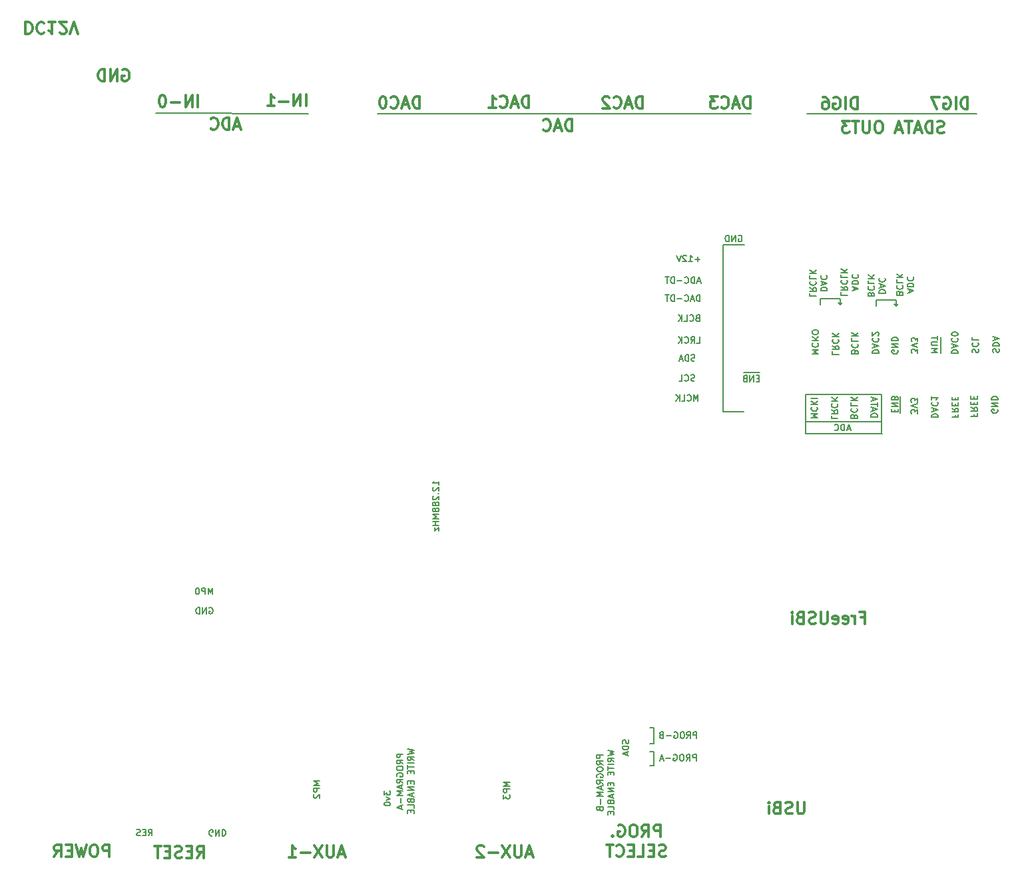
<source format=gbo>
G04 #@! TF.GenerationSoftware,KiCad,Pcbnew,(5.1.6-0-10_14)*
G04 #@! TF.CreationDate,2020-10-12T01:28:03+09:00*
G04 #@! TF.ProjectId,FreeDSP_SMD_AB_plus,46726565-4453-4505-9f53-4d445f41425f,rev?*
G04 #@! TF.SameCoordinates,Original*
G04 #@! TF.FileFunction,Legend,Bot*
G04 #@! TF.FilePolarity,Positive*
%FSLAX46Y46*%
G04 Gerber Fmt 4.6, Leading zero omitted, Abs format (unit mm)*
G04 Created by KiCad (PCBNEW (5.1.6-0-10_14)) date 2020-10-12 01:28:03*
%MOMM*%
%LPD*%
G01*
G04 APERTURE LIST*
%ADD10C,0.200000*%
%ADD11C,0.300000*%
%ADD12C,0.150000*%
G04 APERTURE END LIST*
D10*
X70815323Y-118351800D02*
X70891514Y-118313704D01*
X71005800Y-118313704D01*
X71120085Y-118351800D01*
X71196276Y-118427990D01*
X71234371Y-118504180D01*
X71272466Y-118656561D01*
X71272466Y-118770847D01*
X71234371Y-118923228D01*
X71196276Y-118999419D01*
X71120085Y-119075609D01*
X71005800Y-119113704D01*
X70929609Y-119113704D01*
X70815323Y-119075609D01*
X70777228Y-119037514D01*
X70777228Y-118770847D01*
X70929609Y-118770847D01*
X70434371Y-119113704D02*
X70434371Y-118313704D01*
X69977228Y-119113704D01*
X69977228Y-118313704D01*
X69596276Y-119113704D02*
X69596276Y-118313704D01*
X69405800Y-118313704D01*
X69291514Y-118351800D01*
X69215323Y-118427990D01*
X69177228Y-118504180D01*
X69139133Y-118656561D01*
X69139133Y-118770847D01*
X69177228Y-118923228D01*
X69215323Y-118999419D01*
X69291514Y-119075609D01*
X69405800Y-119113704D01*
X69596276Y-119113704D01*
X165680582Y-93817763D02*
X165680582Y-94084430D01*
X165261535Y-94084430D02*
X166061535Y-94084430D01*
X166061535Y-93703478D01*
X165261535Y-92941573D02*
X165642487Y-93208240D01*
X165261535Y-93398716D02*
X166061535Y-93398716D01*
X166061535Y-93093954D01*
X166023440Y-93017763D01*
X165985344Y-92979668D01*
X165909154Y-92941573D01*
X165794868Y-92941573D01*
X165718678Y-92979668D01*
X165680582Y-93017763D01*
X165642487Y-93093954D01*
X165642487Y-93398716D01*
X165680582Y-92598716D02*
X165680582Y-92332049D01*
X165261535Y-92217763D02*
X165261535Y-92598716D01*
X166061535Y-92598716D01*
X166061535Y-92217763D01*
X165680582Y-91874906D02*
X165680582Y-91608240D01*
X165261535Y-91493954D02*
X165261535Y-91874906D01*
X166061535Y-91874906D01*
X166061535Y-91493954D01*
X168106282Y-93690763D02*
X168106282Y-93957430D01*
X167687235Y-93957430D02*
X168487235Y-93957430D01*
X168487235Y-93576478D01*
X167687235Y-92814573D02*
X168068187Y-93081240D01*
X167687235Y-93271716D02*
X168487235Y-93271716D01*
X168487235Y-92966954D01*
X168449140Y-92890763D01*
X168411044Y-92852668D01*
X168334854Y-92814573D01*
X168220568Y-92814573D01*
X168144378Y-92852668D01*
X168106282Y-92890763D01*
X168068187Y-92966954D01*
X168068187Y-93271716D01*
X168106282Y-92471716D02*
X168106282Y-92205049D01*
X167687235Y-92090763D02*
X167687235Y-92471716D01*
X168487235Y-92471716D01*
X168487235Y-92090763D01*
X168106282Y-91747906D02*
X168106282Y-91481240D01*
X167687235Y-91366954D02*
X167687235Y-91747906D01*
X168487235Y-91747906D01*
X168487235Y-91366954D01*
D11*
X58104965Y-150014511D02*
X58104965Y-148514511D01*
X57533537Y-148514511D01*
X57390680Y-148585940D01*
X57319251Y-148657368D01*
X57247822Y-148800225D01*
X57247822Y-149014511D01*
X57319251Y-149157368D01*
X57390680Y-149228797D01*
X57533537Y-149300225D01*
X58104965Y-149300225D01*
X56319251Y-148514511D02*
X56033537Y-148514511D01*
X55890680Y-148585940D01*
X55747822Y-148728797D01*
X55676394Y-149014511D01*
X55676394Y-149514511D01*
X55747822Y-149800225D01*
X55890680Y-149943082D01*
X56033537Y-150014511D01*
X56319251Y-150014511D01*
X56462108Y-149943082D01*
X56604965Y-149800225D01*
X56676394Y-149514511D01*
X56676394Y-149014511D01*
X56604965Y-148728797D01*
X56462108Y-148585940D01*
X56319251Y-148514511D01*
X55176394Y-148514511D02*
X54819251Y-150014511D01*
X54533537Y-148943082D01*
X54247822Y-150014511D01*
X53890680Y-148514511D01*
X53319251Y-149228797D02*
X52819251Y-149228797D01*
X52604965Y-150014511D02*
X53319251Y-150014511D01*
X53319251Y-148514511D01*
X52604965Y-148514511D01*
X51104965Y-150014511D02*
X51604965Y-149300225D01*
X51962108Y-150014511D02*
X51962108Y-148514511D01*
X51390680Y-148514511D01*
X51247822Y-148585940D01*
X51176394Y-148657368D01*
X51104965Y-148800225D01*
X51104965Y-149014511D01*
X51176394Y-149157368D01*
X51247822Y-149228797D01*
X51390680Y-149300225D01*
X51962108Y-149300225D01*
X74727402Y-57028340D02*
X74013117Y-57028340D01*
X74870260Y-57456911D02*
X74370260Y-55956911D01*
X73870260Y-57456911D01*
X73370260Y-57456911D02*
X73370260Y-55956911D01*
X73013117Y-55956911D01*
X72798831Y-56028340D01*
X72655974Y-56171197D01*
X72584545Y-56314054D01*
X72513117Y-56599768D01*
X72513117Y-56814054D01*
X72584545Y-57099768D01*
X72655974Y-57242625D01*
X72798831Y-57385482D01*
X73013117Y-57456911D01*
X73370260Y-57456911D01*
X71013117Y-57314054D02*
X71084545Y-57385482D01*
X71298831Y-57456911D01*
X71441688Y-57456911D01*
X71655974Y-57385482D01*
X71798831Y-57242625D01*
X71870260Y-57099768D01*
X71941688Y-56814054D01*
X71941688Y-56599768D01*
X71870260Y-56314054D01*
X71798831Y-56171197D01*
X71655974Y-56028340D01*
X71441688Y-55956911D01*
X71298831Y-55956911D01*
X71084545Y-56028340D01*
X71013117Y-56099768D01*
X116949514Y-57637251D02*
X116949514Y-56137251D01*
X116592371Y-56137251D01*
X116378085Y-56208680D01*
X116235228Y-56351537D01*
X116163800Y-56494394D01*
X116092371Y-56780108D01*
X116092371Y-56994394D01*
X116163800Y-57280108D01*
X116235228Y-57422965D01*
X116378085Y-57565822D01*
X116592371Y-57637251D01*
X116949514Y-57637251D01*
X115520942Y-57208680D02*
X114806657Y-57208680D01*
X115663800Y-57637251D02*
X115163800Y-56137251D01*
X114663800Y-57637251D01*
X113306657Y-57494394D02*
X113378085Y-57565822D01*
X113592371Y-57637251D01*
X113735228Y-57637251D01*
X113949514Y-57565822D01*
X114092371Y-57422965D01*
X114163800Y-57280108D01*
X114235228Y-56994394D01*
X114235228Y-56780108D01*
X114163800Y-56494394D01*
X114092371Y-56351537D01*
X113949514Y-56208680D01*
X113735228Y-56137251D01*
X113592371Y-56137251D01*
X113378085Y-56208680D01*
X113306657Y-56280108D01*
D12*
X83454440Y-55457540D02*
X64036140Y-55368640D01*
X139733220Y-55429600D02*
X92197120Y-55434680D01*
X146865540Y-55475320D02*
X168389500Y-55475320D01*
D11*
X164244205Y-57814742D02*
X164029920Y-57886171D01*
X163672777Y-57886171D01*
X163529920Y-57814742D01*
X163458491Y-57743314D01*
X163387062Y-57600457D01*
X163387062Y-57457600D01*
X163458491Y-57314742D01*
X163529920Y-57243314D01*
X163672777Y-57171885D01*
X163958491Y-57100457D01*
X164101348Y-57029028D01*
X164172777Y-56957600D01*
X164244205Y-56814742D01*
X164244205Y-56671885D01*
X164172777Y-56529028D01*
X164101348Y-56457600D01*
X163958491Y-56386171D01*
X163601348Y-56386171D01*
X163387062Y-56457600D01*
X162744205Y-57886171D02*
X162744205Y-56386171D01*
X162387062Y-56386171D01*
X162172777Y-56457600D01*
X162029920Y-56600457D01*
X161958491Y-56743314D01*
X161887062Y-57029028D01*
X161887062Y-57243314D01*
X161958491Y-57529028D01*
X162029920Y-57671885D01*
X162172777Y-57814742D01*
X162387062Y-57886171D01*
X162744205Y-57886171D01*
X161315634Y-57457600D02*
X160601348Y-57457600D01*
X161458491Y-57886171D02*
X160958491Y-56386171D01*
X160458491Y-57886171D01*
X160172777Y-56386171D02*
X159315634Y-56386171D01*
X159744205Y-57886171D02*
X159744205Y-56386171D01*
X158887062Y-57457600D02*
X158172777Y-57457600D01*
X159029920Y-57886171D02*
X158529920Y-56386171D01*
X158029920Y-57886171D01*
X156101348Y-56386171D02*
X155815634Y-56386171D01*
X155672777Y-56457600D01*
X155529920Y-56600457D01*
X155458491Y-56886171D01*
X155458491Y-57386171D01*
X155529920Y-57671885D01*
X155672777Y-57814742D01*
X155815634Y-57886171D01*
X156101348Y-57886171D01*
X156244205Y-57814742D01*
X156387062Y-57671885D01*
X156458491Y-57386171D01*
X156458491Y-56886171D01*
X156387062Y-56600457D01*
X156244205Y-56457600D01*
X156101348Y-56386171D01*
X154815634Y-56386171D02*
X154815634Y-57600457D01*
X154744205Y-57743314D01*
X154672777Y-57814742D01*
X154529920Y-57886171D01*
X154244205Y-57886171D01*
X154101348Y-57814742D01*
X154029920Y-57743314D01*
X153958491Y-57600457D01*
X153958491Y-56386171D01*
X153458491Y-56386171D02*
X152601348Y-56386171D01*
X153029920Y-57886171D02*
X153029920Y-56386171D01*
X152244205Y-56386171D02*
X151315634Y-56386171D01*
X151815634Y-56957600D01*
X151601348Y-56957600D01*
X151458491Y-57029028D01*
X151387062Y-57100457D01*
X151315634Y-57243314D01*
X151315634Y-57600457D01*
X151387062Y-57743314D01*
X151458491Y-57814742D01*
X151601348Y-57886171D01*
X152029920Y-57886171D01*
X152172777Y-57814742D01*
X152244205Y-57743314D01*
D10*
X163809880Y-85955320D02*
X163830200Y-83890300D01*
D12*
X156354980Y-96206760D02*
X146662340Y-96206760D01*
X156352440Y-94626880D02*
X146659800Y-94626880D01*
X156321960Y-91225820D02*
X146629320Y-91225820D01*
X146690280Y-96216920D02*
X146642020Y-91246140D01*
X156352440Y-91246140D02*
X156332120Y-96206760D01*
D10*
X158679080Y-93516900D02*
X158699400Y-91451880D01*
X140766876Y-89126517D02*
X140500209Y-89126517D01*
X140385923Y-89545564D02*
X140766876Y-89545564D01*
X140766876Y-88745564D01*
X140385923Y-88745564D01*
X140043066Y-89545564D02*
X140043066Y-88745564D01*
X139585923Y-89545564D01*
X139585923Y-88745564D01*
X138938304Y-89126517D02*
X138824019Y-89164612D01*
X138785923Y-89202707D01*
X138747828Y-89278898D01*
X138747828Y-89393183D01*
X138785923Y-89469374D01*
X138824019Y-89507469D01*
X138900209Y-89545564D01*
X139204971Y-89545564D01*
X139204971Y-88745564D01*
X138938304Y-88745564D01*
X138862114Y-88783660D01*
X138824019Y-88821755D01*
X138785923Y-88897945D01*
X138785923Y-88974136D01*
X138824019Y-89050326D01*
X138862114Y-89088421D01*
X138938304Y-89126517D01*
X139204971Y-89126517D01*
D11*
X167268765Y-54863571D02*
X167268765Y-53363571D01*
X166911622Y-53363571D01*
X166697337Y-53435000D01*
X166554480Y-53577857D01*
X166483051Y-53720714D01*
X166411622Y-54006428D01*
X166411622Y-54220714D01*
X166483051Y-54506428D01*
X166554480Y-54649285D01*
X166697337Y-54792142D01*
X166911622Y-54863571D01*
X167268765Y-54863571D01*
X165768765Y-54863571D02*
X165768765Y-53363571D01*
X164268765Y-53435000D02*
X164411622Y-53363571D01*
X164625908Y-53363571D01*
X164840194Y-53435000D01*
X164983051Y-53577857D01*
X165054480Y-53720714D01*
X165125908Y-54006428D01*
X165125908Y-54220714D01*
X165054480Y-54506428D01*
X164983051Y-54649285D01*
X164840194Y-54792142D01*
X164625908Y-54863571D01*
X164483051Y-54863571D01*
X164268765Y-54792142D01*
X164197337Y-54720714D01*
X164197337Y-54220714D01*
X164483051Y-54220714D01*
X163697337Y-53363571D02*
X162697337Y-53363571D01*
X163340194Y-54863571D01*
X153240345Y-54863571D02*
X153240345Y-53363571D01*
X152883202Y-53363571D01*
X152668917Y-53435000D01*
X152526060Y-53577857D01*
X152454631Y-53720714D01*
X152383202Y-54006428D01*
X152383202Y-54220714D01*
X152454631Y-54506428D01*
X152526060Y-54649285D01*
X152668917Y-54792142D01*
X152883202Y-54863571D01*
X153240345Y-54863571D01*
X151740345Y-54863571D02*
X151740345Y-53363571D01*
X150240345Y-53435000D02*
X150383202Y-53363571D01*
X150597488Y-53363571D01*
X150811774Y-53435000D01*
X150954631Y-53577857D01*
X151026060Y-53720714D01*
X151097488Y-54006428D01*
X151097488Y-54220714D01*
X151026060Y-54506428D01*
X150954631Y-54649285D01*
X150811774Y-54792142D01*
X150597488Y-54863571D01*
X150454631Y-54863571D01*
X150240345Y-54792142D01*
X150168917Y-54720714D01*
X150168917Y-54220714D01*
X150454631Y-54220714D01*
X148883202Y-53363571D02*
X149168917Y-53363571D01*
X149311774Y-53435000D01*
X149383202Y-53506428D01*
X149526060Y-53720714D01*
X149597488Y-54006428D01*
X149597488Y-54577857D01*
X149526060Y-54720714D01*
X149454631Y-54792142D01*
X149311774Y-54863571D01*
X149026060Y-54863571D01*
X148883202Y-54792142D01*
X148811774Y-54720714D01*
X148740345Y-54577857D01*
X148740345Y-54220714D01*
X148811774Y-54077857D01*
X148883202Y-54006428D01*
X149026060Y-53935000D01*
X149311774Y-53935000D01*
X149454631Y-54006428D01*
X149526060Y-54077857D01*
X149597488Y-54220714D01*
D10*
X158207860Y-79882880D02*
X158207860Y-79120880D01*
X158207860Y-79120880D02*
X155667860Y-79120880D01*
X155667860Y-79120880D02*
X155667860Y-79882880D01*
X158215480Y-79905740D02*
X157961480Y-79651740D01*
X158215480Y-79905740D02*
X158469480Y-79651740D01*
D11*
X153716037Y-119574297D02*
X154216037Y-119574297D01*
X154216037Y-120360011D02*
X154216037Y-118860011D01*
X153501751Y-118860011D01*
X152930322Y-120360011D02*
X152930322Y-119360011D01*
X152930322Y-119645725D02*
X152858894Y-119502868D01*
X152787465Y-119431440D01*
X152644608Y-119360011D01*
X152501751Y-119360011D01*
X151430322Y-120288582D02*
X151573180Y-120360011D01*
X151858894Y-120360011D01*
X152001751Y-120288582D01*
X152073180Y-120145725D01*
X152073180Y-119574297D01*
X152001751Y-119431440D01*
X151858894Y-119360011D01*
X151573180Y-119360011D01*
X151430322Y-119431440D01*
X151358894Y-119574297D01*
X151358894Y-119717154D01*
X152073180Y-119860011D01*
X150144608Y-120288582D02*
X150287465Y-120360011D01*
X150573180Y-120360011D01*
X150716037Y-120288582D01*
X150787465Y-120145725D01*
X150787465Y-119574297D01*
X150716037Y-119431440D01*
X150573180Y-119360011D01*
X150287465Y-119360011D01*
X150144608Y-119431440D01*
X150073180Y-119574297D01*
X150073180Y-119717154D01*
X150787465Y-119860011D01*
X149430322Y-118860011D02*
X149430322Y-120074297D01*
X149358894Y-120217154D01*
X149287465Y-120288582D01*
X149144608Y-120360011D01*
X148858894Y-120360011D01*
X148716037Y-120288582D01*
X148644608Y-120217154D01*
X148573180Y-120074297D01*
X148573180Y-118860011D01*
X147930322Y-120288582D02*
X147716037Y-120360011D01*
X147358894Y-120360011D01*
X147216037Y-120288582D01*
X147144608Y-120217154D01*
X147073180Y-120074297D01*
X147073180Y-119931440D01*
X147144608Y-119788582D01*
X147216037Y-119717154D01*
X147358894Y-119645725D01*
X147644608Y-119574297D01*
X147787465Y-119502868D01*
X147858894Y-119431440D01*
X147930322Y-119288582D01*
X147930322Y-119145725D01*
X147858894Y-119002868D01*
X147787465Y-118931440D01*
X147644608Y-118860011D01*
X147287465Y-118860011D01*
X147073180Y-118931440D01*
X145930322Y-119574297D02*
X145716037Y-119645725D01*
X145644608Y-119717154D01*
X145573180Y-119860011D01*
X145573180Y-120074297D01*
X145644608Y-120217154D01*
X145716037Y-120288582D01*
X145858894Y-120360011D01*
X146430322Y-120360011D01*
X146430322Y-118860011D01*
X145930322Y-118860011D01*
X145787465Y-118931440D01*
X145716037Y-119002868D01*
X145644608Y-119145725D01*
X145644608Y-119288582D01*
X145716037Y-119431440D01*
X145787465Y-119502868D01*
X145930322Y-119574297D01*
X146430322Y-119574297D01*
X144930322Y-120360011D02*
X144930322Y-119360011D01*
X144930322Y-118860011D02*
X145001751Y-118931440D01*
X144930322Y-119002868D01*
X144858894Y-118931440D01*
X144930322Y-118860011D01*
X144930322Y-119002868D01*
X128196954Y-147472051D02*
X128196954Y-145972051D01*
X127625525Y-145972051D01*
X127482668Y-146043480D01*
X127411240Y-146114908D01*
X127339811Y-146257765D01*
X127339811Y-146472051D01*
X127411240Y-146614908D01*
X127482668Y-146686337D01*
X127625525Y-146757765D01*
X128196954Y-146757765D01*
X125839811Y-147472051D02*
X126339811Y-146757765D01*
X126696954Y-147472051D02*
X126696954Y-145972051D01*
X126125525Y-145972051D01*
X125982668Y-146043480D01*
X125911240Y-146114908D01*
X125839811Y-146257765D01*
X125839811Y-146472051D01*
X125911240Y-146614908D01*
X125982668Y-146686337D01*
X126125525Y-146757765D01*
X126696954Y-146757765D01*
X124911240Y-145972051D02*
X124625525Y-145972051D01*
X124482668Y-146043480D01*
X124339811Y-146186337D01*
X124268382Y-146472051D01*
X124268382Y-146972051D01*
X124339811Y-147257765D01*
X124482668Y-147400622D01*
X124625525Y-147472051D01*
X124911240Y-147472051D01*
X125054097Y-147400622D01*
X125196954Y-147257765D01*
X125268382Y-146972051D01*
X125268382Y-146472051D01*
X125196954Y-146186337D01*
X125054097Y-146043480D01*
X124911240Y-145972051D01*
X122839811Y-146043480D02*
X122982668Y-145972051D01*
X123196954Y-145972051D01*
X123411240Y-146043480D01*
X123554097Y-146186337D01*
X123625525Y-146329194D01*
X123696954Y-146614908D01*
X123696954Y-146829194D01*
X123625525Y-147114908D01*
X123554097Y-147257765D01*
X123411240Y-147400622D01*
X123196954Y-147472051D01*
X123054097Y-147472051D01*
X122839811Y-147400622D01*
X122768382Y-147329194D01*
X122768382Y-146829194D01*
X123054097Y-146829194D01*
X122125525Y-147329194D02*
X122054097Y-147400622D01*
X122125525Y-147472051D01*
X122196954Y-147400622D01*
X122125525Y-147329194D01*
X122125525Y-147472051D01*
X128875525Y-149950622D02*
X128661240Y-150022051D01*
X128304097Y-150022051D01*
X128161240Y-149950622D01*
X128089811Y-149879194D01*
X128018382Y-149736337D01*
X128018382Y-149593480D01*
X128089811Y-149450622D01*
X128161240Y-149379194D01*
X128304097Y-149307765D01*
X128589811Y-149236337D01*
X128732668Y-149164908D01*
X128804097Y-149093480D01*
X128875525Y-148950622D01*
X128875525Y-148807765D01*
X128804097Y-148664908D01*
X128732668Y-148593480D01*
X128589811Y-148522051D01*
X128232668Y-148522051D01*
X128018382Y-148593480D01*
X127375525Y-149236337D02*
X126875525Y-149236337D01*
X126661240Y-150022051D02*
X127375525Y-150022051D01*
X127375525Y-148522051D01*
X126661240Y-148522051D01*
X125304097Y-150022051D02*
X126018382Y-150022051D01*
X126018382Y-148522051D01*
X124804097Y-149236337D02*
X124304097Y-149236337D01*
X124089811Y-150022051D02*
X124804097Y-150022051D01*
X124804097Y-148522051D01*
X124089811Y-148522051D01*
X122589811Y-149879194D02*
X122661240Y-149950622D01*
X122875525Y-150022051D01*
X123018382Y-150022051D01*
X123232668Y-149950622D01*
X123375525Y-149807765D01*
X123446954Y-149664908D01*
X123518382Y-149379194D01*
X123518382Y-149164908D01*
X123446954Y-148879194D01*
X123375525Y-148736337D01*
X123232668Y-148593480D01*
X123018382Y-148522051D01*
X122875525Y-148522051D01*
X122661240Y-148593480D01*
X122589811Y-148664908D01*
X122161240Y-148522051D02*
X121304097Y-148522051D01*
X121732668Y-150022051D02*
X121732668Y-148522051D01*
D10*
X138775640Y-88360700D02*
X140840660Y-88381020D01*
X138110083Y-70990960D02*
X138186274Y-70952864D01*
X138300560Y-70952864D01*
X138414845Y-70990960D01*
X138491036Y-71067150D01*
X138529131Y-71143340D01*
X138567226Y-71295721D01*
X138567226Y-71410007D01*
X138529131Y-71562388D01*
X138491036Y-71638579D01*
X138414845Y-71714769D01*
X138300560Y-71752864D01*
X138224369Y-71752864D01*
X138110083Y-71714769D01*
X138071988Y-71676674D01*
X138071988Y-71410007D01*
X138224369Y-71410007D01*
X137729131Y-71752864D02*
X137729131Y-70952864D01*
X137271988Y-71752864D01*
X137271988Y-70952864D01*
X136891036Y-71752864D02*
X136891036Y-70952864D01*
X136700560Y-70952864D01*
X136586274Y-70990960D01*
X136510083Y-71067150D01*
X136471988Y-71143340D01*
X136433893Y-71295721D01*
X136433893Y-71410007D01*
X136471988Y-71562388D01*
X136510083Y-71638579D01*
X136586274Y-71714769D01*
X136700560Y-71752864D01*
X136891036Y-71752864D01*
X158372960Y-85579323D02*
X158411055Y-85655514D01*
X158411055Y-85769800D01*
X158372960Y-85884085D01*
X158296769Y-85960276D01*
X158220579Y-85998371D01*
X158068198Y-86036466D01*
X157953912Y-86036466D01*
X157801531Y-85998371D01*
X157725340Y-85960276D01*
X157649150Y-85884085D01*
X157611055Y-85769800D01*
X157611055Y-85693609D01*
X157649150Y-85579323D01*
X157687245Y-85541228D01*
X157953912Y-85541228D01*
X157953912Y-85693609D01*
X157611055Y-85198371D02*
X158411055Y-85198371D01*
X157611055Y-84741228D01*
X158411055Y-84741228D01*
X157611055Y-84360276D02*
X158411055Y-84360276D01*
X158411055Y-84169800D01*
X158372960Y-84055514D01*
X158296769Y-83979323D01*
X158220579Y-83941228D01*
X158068198Y-83903133D01*
X157953912Y-83903133D01*
X157801531Y-83941228D01*
X157725340Y-83979323D01*
X157649150Y-84055514D01*
X157611055Y-84169800D01*
X157611055Y-84360276D01*
X138745160Y-93428000D02*
X136128960Y-93428000D01*
X136125400Y-72110800D02*
X136125400Y-93421400D01*
X136136580Y-72150420D02*
X138854380Y-72150420D01*
X160851995Y-93623456D02*
X160851995Y-93128218D01*
X160547233Y-93394884D01*
X160547233Y-93280599D01*
X160509138Y-93204408D01*
X160471042Y-93166313D01*
X160394852Y-93128218D01*
X160204376Y-93128218D01*
X160128185Y-93166313D01*
X160090090Y-93204408D01*
X160051995Y-93280599D01*
X160051995Y-93509170D01*
X160090090Y-93585360D01*
X160128185Y-93623456D01*
X160851995Y-92899646D02*
X160051995Y-92632980D01*
X160851995Y-92366313D01*
X160851995Y-92175837D02*
X160851995Y-91680599D01*
X160547233Y-91947265D01*
X160547233Y-91832980D01*
X160509138Y-91756789D01*
X160471042Y-91718694D01*
X160394852Y-91680599D01*
X160204376Y-91680599D01*
X160128185Y-91718694D01*
X160090090Y-91756789D01*
X160051995Y-91832980D01*
X160051995Y-92061551D01*
X160090090Y-92137741D01*
X160128185Y-92175837D01*
X152323876Y-95560313D02*
X151942923Y-95560313D01*
X152400066Y-95788884D02*
X152133400Y-94988884D01*
X151866733Y-95788884D01*
X151600066Y-95788884D02*
X151600066Y-94988884D01*
X151409590Y-94988884D01*
X151295304Y-95026980D01*
X151219114Y-95103170D01*
X151181019Y-95179360D01*
X151142923Y-95331741D01*
X151142923Y-95446027D01*
X151181019Y-95598408D01*
X151219114Y-95674599D01*
X151295304Y-95750789D01*
X151409590Y-95788884D01*
X151600066Y-95788884D01*
X150342923Y-95712694D02*
X150381019Y-95750789D01*
X150495304Y-95788884D01*
X150571495Y-95788884D01*
X150685780Y-95750789D01*
X150761971Y-95674599D01*
X150800066Y-95598408D01*
X150838161Y-95446027D01*
X150838161Y-95331741D01*
X150800066Y-95179360D01*
X150761971Y-95103170D01*
X150685780Y-95026980D01*
X150571495Y-94988884D01*
X150495304Y-94988884D01*
X150381019Y-95026980D01*
X150342923Y-95065075D01*
X151032360Y-79720320D02*
X151286360Y-79466320D01*
X151032360Y-79720320D02*
X150778360Y-79466320D01*
X148505060Y-78958320D02*
X148505060Y-79720320D01*
X151045060Y-78958320D02*
X148505060Y-78958320D01*
X151045060Y-79720320D02*
X151045060Y-78958320D01*
X155984415Y-78299640D02*
X156784415Y-78299640D01*
X156784415Y-78109164D01*
X156746320Y-77994879D01*
X156670129Y-77918688D01*
X156593939Y-77880593D01*
X156441558Y-77842498D01*
X156327272Y-77842498D01*
X156174891Y-77880593D01*
X156098700Y-77918688D01*
X156022510Y-77994879D01*
X155984415Y-78109164D01*
X155984415Y-78299640D01*
X156212986Y-77537736D02*
X156212986Y-77156783D01*
X155984415Y-77613926D02*
X156784415Y-77347260D01*
X155984415Y-77080593D01*
X156060605Y-76356783D02*
X156022510Y-76394879D01*
X155984415Y-76509164D01*
X155984415Y-76585355D01*
X156022510Y-76699640D01*
X156098700Y-76775831D01*
X156174891Y-76813926D01*
X156327272Y-76852021D01*
X156441558Y-76852021D01*
X156593939Y-76813926D01*
X156670129Y-76775831D01*
X156746320Y-76699640D01*
X156784415Y-76585355D01*
X156784415Y-76509164D01*
X156746320Y-76394879D01*
X156708224Y-76356783D01*
X155003462Y-78413926D02*
X154965367Y-78299640D01*
X154927272Y-78261545D01*
X154851081Y-78223450D01*
X154736796Y-78223450D01*
X154660605Y-78261545D01*
X154622510Y-78299640D01*
X154584415Y-78375831D01*
X154584415Y-78680593D01*
X155384415Y-78680593D01*
X155384415Y-78413926D01*
X155346320Y-78337736D01*
X155308224Y-78299640D01*
X155232034Y-78261545D01*
X155155843Y-78261545D01*
X155079653Y-78299640D01*
X155041558Y-78337736D01*
X155003462Y-78413926D01*
X155003462Y-78680593D01*
X154660605Y-77423450D02*
X154622510Y-77461545D01*
X154584415Y-77575831D01*
X154584415Y-77652021D01*
X154622510Y-77766307D01*
X154698700Y-77842498D01*
X154774891Y-77880593D01*
X154927272Y-77918688D01*
X155041558Y-77918688D01*
X155193939Y-77880593D01*
X155270129Y-77842498D01*
X155346320Y-77766307D01*
X155384415Y-77652021D01*
X155384415Y-77575831D01*
X155346320Y-77461545D01*
X155308224Y-77423450D01*
X154584415Y-76699640D02*
X154584415Y-77080593D01*
X155384415Y-77080593D01*
X154584415Y-76432974D02*
X155384415Y-76432974D01*
X154584415Y-75975831D02*
X155041558Y-76318688D01*
X155384415Y-75975831D02*
X154927272Y-76432974D01*
X148587935Y-77984680D02*
X149387935Y-77984680D01*
X149387935Y-77794204D01*
X149349840Y-77679919D01*
X149273649Y-77603728D01*
X149197459Y-77565633D01*
X149045078Y-77527538D01*
X148930792Y-77527538D01*
X148778411Y-77565633D01*
X148702220Y-77603728D01*
X148626030Y-77679919D01*
X148587935Y-77794204D01*
X148587935Y-77984680D01*
X148816506Y-77222776D02*
X148816506Y-76841823D01*
X148587935Y-77298966D02*
X149387935Y-77032300D01*
X148587935Y-76765633D01*
X148664125Y-76041823D02*
X148626030Y-76079919D01*
X148587935Y-76194204D01*
X148587935Y-76270395D01*
X148626030Y-76384680D01*
X148702220Y-76460871D01*
X148778411Y-76498966D01*
X148930792Y-76537061D01*
X149045078Y-76537061D01*
X149197459Y-76498966D01*
X149273649Y-76460871D01*
X149349840Y-76384680D01*
X149387935Y-76270395D01*
X149387935Y-76194204D01*
X149349840Y-76079919D01*
X149311744Y-76041823D01*
X147187935Y-78308490D02*
X147187935Y-78689442D01*
X147987935Y-78689442D01*
X147187935Y-77584680D02*
X147568887Y-77851347D01*
X147187935Y-78041823D02*
X147987935Y-78041823D01*
X147987935Y-77737061D01*
X147949840Y-77660871D01*
X147911744Y-77622776D01*
X147835554Y-77584680D01*
X147721268Y-77584680D01*
X147645078Y-77622776D01*
X147606982Y-77660871D01*
X147568887Y-77737061D01*
X147568887Y-78041823D01*
X147264125Y-76784680D02*
X147226030Y-76822776D01*
X147187935Y-76937061D01*
X147187935Y-77013252D01*
X147226030Y-77127538D01*
X147302220Y-77203728D01*
X147378411Y-77241823D01*
X147530792Y-77279919D01*
X147645078Y-77279919D01*
X147797459Y-77241823D01*
X147873649Y-77203728D01*
X147949840Y-77127538D01*
X147987935Y-77013252D01*
X147987935Y-76937061D01*
X147949840Y-76822776D01*
X147911744Y-76784680D01*
X147187935Y-76060871D02*
X147187935Y-76441823D01*
X147987935Y-76441823D01*
X147187935Y-75794204D02*
X147987935Y-75794204D01*
X147187935Y-75337061D02*
X147645078Y-75679919D01*
X147987935Y-75337061D02*
X147530792Y-75794204D01*
X147364695Y-94182222D02*
X148164695Y-94182222D01*
X147593266Y-93915556D01*
X148164695Y-93648889D01*
X147364695Y-93648889D01*
X147440885Y-92810794D02*
X147402790Y-92848889D01*
X147364695Y-92963175D01*
X147364695Y-93039365D01*
X147402790Y-93153651D01*
X147478980Y-93229841D01*
X147555171Y-93267937D01*
X147707552Y-93306032D01*
X147821838Y-93306032D01*
X147974219Y-93267937D01*
X148050409Y-93229841D01*
X148126600Y-93153651D01*
X148164695Y-93039365D01*
X148164695Y-92963175D01*
X148126600Y-92848889D01*
X148088504Y-92810794D01*
X147364695Y-92467937D02*
X148164695Y-92467937D01*
X147364695Y-92010794D02*
X147821838Y-92353651D01*
X148164695Y-92010794D02*
X147707552Y-92467937D01*
X147364695Y-91667937D02*
X148164695Y-91667937D01*
X150062175Y-85711360D02*
X150062175Y-86092313D01*
X150862175Y-86092313D01*
X150062175Y-84987551D02*
X150443127Y-85254218D01*
X150062175Y-85444694D02*
X150862175Y-85444694D01*
X150862175Y-85139932D01*
X150824080Y-85063741D01*
X150785984Y-85025646D01*
X150709794Y-84987551D01*
X150595508Y-84987551D01*
X150519318Y-85025646D01*
X150481222Y-85063741D01*
X150443127Y-85139932D01*
X150443127Y-85444694D01*
X150138365Y-84187551D02*
X150100270Y-84225646D01*
X150062175Y-84339932D01*
X150062175Y-84416122D01*
X150100270Y-84530408D01*
X150176460Y-84606599D01*
X150252651Y-84644694D01*
X150405032Y-84682789D01*
X150519318Y-84682789D01*
X150671699Y-84644694D01*
X150747889Y-84606599D01*
X150824080Y-84530408D01*
X150862175Y-84416122D01*
X150862175Y-84339932D01*
X150824080Y-84225646D01*
X150785984Y-84187551D01*
X150062175Y-83844694D02*
X150862175Y-83844694D01*
X150062175Y-83387551D02*
X150519318Y-83730408D01*
X150862175Y-83387551D02*
X150405032Y-83844694D01*
X152868822Y-93956186D02*
X152830727Y-93841900D01*
X152792632Y-93803805D01*
X152716441Y-93765710D01*
X152602156Y-93765710D01*
X152525965Y-93803805D01*
X152487870Y-93841900D01*
X152449775Y-93918091D01*
X152449775Y-94222853D01*
X153249775Y-94222853D01*
X153249775Y-93956186D01*
X153211680Y-93879996D01*
X153173584Y-93841900D01*
X153097394Y-93803805D01*
X153021203Y-93803805D01*
X152945013Y-93841900D01*
X152906918Y-93879996D01*
X152868822Y-93956186D01*
X152868822Y-94222853D01*
X152525965Y-92965710D02*
X152487870Y-93003805D01*
X152449775Y-93118091D01*
X152449775Y-93194281D01*
X152487870Y-93308567D01*
X152564060Y-93384758D01*
X152640251Y-93422853D01*
X152792632Y-93460948D01*
X152906918Y-93460948D01*
X153059299Y-93422853D01*
X153135489Y-93384758D01*
X153211680Y-93308567D01*
X153249775Y-93194281D01*
X153249775Y-93118091D01*
X153211680Y-93003805D01*
X153173584Y-92965710D01*
X152449775Y-92241900D02*
X152449775Y-92622853D01*
X153249775Y-92622853D01*
X152449775Y-91975234D02*
X153249775Y-91975234D01*
X152449775Y-91518091D02*
X152906918Y-91860948D01*
X153249775Y-91518091D02*
X152792632Y-91975234D01*
X158009782Y-93425336D02*
X158009782Y-93158669D01*
X157590735Y-93044383D02*
X157590735Y-93425336D01*
X158390735Y-93425336D01*
X158390735Y-93044383D01*
X157590735Y-92701526D02*
X158390735Y-92701526D01*
X157590735Y-92244383D01*
X158390735Y-92244383D01*
X158009782Y-91596764D02*
X157971687Y-91482479D01*
X157933592Y-91444383D01*
X157857401Y-91406288D01*
X157743116Y-91406288D01*
X157666925Y-91444383D01*
X157628830Y-91482479D01*
X157590735Y-91558669D01*
X157590735Y-91863431D01*
X158390735Y-91863431D01*
X158390735Y-91596764D01*
X158352640Y-91520574D01*
X158314544Y-91482479D01*
X158238354Y-91444383D01*
X158162163Y-91444383D01*
X158085973Y-91482479D01*
X158047878Y-91520574D01*
X158009782Y-91596764D01*
X158009782Y-91863431D01*
X162693595Y-94103473D02*
X163493595Y-94103473D01*
X163493595Y-93912997D01*
X163455500Y-93798711D01*
X163379309Y-93722520D01*
X163303119Y-93684425D01*
X163150738Y-93646330D01*
X163036452Y-93646330D01*
X162884071Y-93684425D01*
X162807880Y-93722520D01*
X162731690Y-93798711D01*
X162693595Y-93912997D01*
X162693595Y-94103473D01*
X162922166Y-93341568D02*
X162922166Y-92960616D01*
X162693595Y-93417759D02*
X163493595Y-93151092D01*
X162693595Y-92884425D01*
X162769785Y-92160616D02*
X162731690Y-92198711D01*
X162693595Y-92312997D01*
X162693595Y-92389187D01*
X162731690Y-92503473D01*
X162807880Y-92579663D01*
X162884071Y-92617759D01*
X163036452Y-92655854D01*
X163150738Y-92655854D01*
X163303119Y-92617759D01*
X163379309Y-92579663D01*
X163455500Y-92503473D01*
X163493595Y-92389187D01*
X163493595Y-92312997D01*
X163455500Y-92198711D01*
X163417404Y-92160616D01*
X162693595Y-91398711D02*
X162693595Y-91855854D01*
X162693595Y-91627282D02*
X163493595Y-91627282D01*
X163379309Y-91703473D01*
X163303119Y-91779663D01*
X163265023Y-91855854D01*
X165218355Y-85972933D02*
X166018355Y-85972933D01*
X166018355Y-85782457D01*
X165980260Y-85668171D01*
X165904069Y-85591980D01*
X165827879Y-85553885D01*
X165675498Y-85515790D01*
X165561212Y-85515790D01*
X165408831Y-85553885D01*
X165332640Y-85591980D01*
X165256450Y-85668171D01*
X165218355Y-85782457D01*
X165218355Y-85972933D01*
X165446926Y-85211028D02*
X165446926Y-84830076D01*
X165218355Y-85287219D02*
X166018355Y-85020552D01*
X165218355Y-84753885D01*
X165294545Y-84030076D02*
X165256450Y-84068171D01*
X165218355Y-84182457D01*
X165218355Y-84258647D01*
X165256450Y-84372933D01*
X165332640Y-84449123D01*
X165408831Y-84487219D01*
X165561212Y-84525314D01*
X165675498Y-84525314D01*
X165827879Y-84487219D01*
X165904069Y-84449123D01*
X165980260Y-84372933D01*
X166018355Y-84258647D01*
X166018355Y-84182457D01*
X165980260Y-84068171D01*
X165942164Y-84030076D01*
X166018355Y-83534838D02*
X166018355Y-83458647D01*
X165980260Y-83382457D01*
X165942164Y-83344361D01*
X165865974Y-83306266D01*
X165713593Y-83268171D01*
X165523117Y-83268171D01*
X165370736Y-83306266D01*
X165294545Y-83344361D01*
X165256450Y-83382457D01*
X165218355Y-83458647D01*
X165218355Y-83534838D01*
X165256450Y-83611028D01*
X165294545Y-83649123D01*
X165370736Y-83687219D01*
X165523117Y-83725314D01*
X165713593Y-83725314D01*
X165865974Y-83687219D01*
X165942164Y-83649123D01*
X165980260Y-83611028D01*
X166018355Y-83534838D01*
X154987235Y-94041260D02*
X155787235Y-94041260D01*
X155787235Y-93850783D01*
X155749140Y-93736498D01*
X155672949Y-93660307D01*
X155596759Y-93622212D01*
X155444378Y-93584117D01*
X155330092Y-93584117D01*
X155177711Y-93622212D01*
X155101520Y-93660307D01*
X155025330Y-93736498D01*
X154987235Y-93850783D01*
X154987235Y-94041260D01*
X155215806Y-93279355D02*
X155215806Y-92898402D01*
X154987235Y-93355545D02*
X155787235Y-93088879D01*
X154987235Y-92822212D01*
X155787235Y-92669831D02*
X155787235Y-92212688D01*
X154987235Y-92441260D02*
X155787235Y-92441260D01*
X155215806Y-91984117D02*
X155215806Y-91603164D01*
X154987235Y-92060307D02*
X155787235Y-91793640D01*
X154987235Y-91526974D01*
X171062800Y-93100263D02*
X171100895Y-93176454D01*
X171100895Y-93290740D01*
X171062800Y-93405025D01*
X170986609Y-93481216D01*
X170910419Y-93519311D01*
X170758038Y-93557406D01*
X170643752Y-93557406D01*
X170491371Y-93519311D01*
X170415180Y-93481216D01*
X170338990Y-93405025D01*
X170300895Y-93290740D01*
X170300895Y-93214549D01*
X170338990Y-93100263D01*
X170377085Y-93062168D01*
X170643752Y-93062168D01*
X170643752Y-93214549D01*
X170300895Y-92719311D02*
X171100895Y-92719311D01*
X170300895Y-92262168D01*
X171100895Y-92262168D01*
X170300895Y-91881216D02*
X171100895Y-91881216D01*
X171100895Y-91690740D01*
X171062800Y-91576454D01*
X170986609Y-91500263D01*
X170910419Y-91462168D01*
X170758038Y-91424073D01*
X170643752Y-91424073D01*
X170491371Y-91462168D01*
X170415180Y-91500263D01*
X170338990Y-91576454D01*
X170300895Y-91690740D01*
X170300895Y-91881216D01*
X162650415Y-85843436D02*
X163450415Y-85843436D01*
X162878986Y-85576769D01*
X163450415Y-85310102D01*
X162650415Y-85310102D01*
X163450415Y-84929150D02*
X162802796Y-84929150D01*
X162726605Y-84891055D01*
X162688510Y-84852960D01*
X162650415Y-84776769D01*
X162650415Y-84624388D01*
X162688510Y-84548198D01*
X162726605Y-84510102D01*
X162802796Y-84472007D01*
X163450415Y-84472007D01*
X163450415Y-84205340D02*
X163450415Y-83748198D01*
X162650415Y-83976769D02*
X163450415Y-83976769D01*
X147478995Y-86013554D02*
X148278995Y-86013554D01*
X147707566Y-85746887D01*
X148278995Y-85480220D01*
X147478995Y-85480220D01*
X147555185Y-84642125D02*
X147517090Y-84680220D01*
X147478995Y-84794506D01*
X147478995Y-84870697D01*
X147517090Y-84984982D01*
X147593280Y-85061173D01*
X147669471Y-85099268D01*
X147821852Y-85137363D01*
X147936138Y-85137363D01*
X148088519Y-85099268D01*
X148164709Y-85061173D01*
X148240900Y-84984982D01*
X148278995Y-84870697D01*
X148278995Y-84794506D01*
X148240900Y-84680220D01*
X148202804Y-84642125D01*
X147478995Y-84299268D02*
X148278995Y-84299268D01*
X147478995Y-83842125D02*
X147936138Y-84184982D01*
X148278995Y-83842125D02*
X147821852Y-84299268D01*
X148278995Y-83346887D02*
X148278995Y-83194506D01*
X148240900Y-83118316D01*
X148164709Y-83042125D01*
X148012328Y-83004030D01*
X147745661Y-83004030D01*
X147593280Y-83042125D01*
X147517090Y-83118316D01*
X147478995Y-83194506D01*
X147478995Y-83346887D01*
X147517090Y-83423078D01*
X147593280Y-83499268D01*
X147745661Y-83537363D01*
X148012328Y-83537363D01*
X148164709Y-83499268D01*
X148240900Y-83423078D01*
X148278995Y-83346887D01*
X149960575Y-93877460D02*
X149960575Y-94258413D01*
X150760575Y-94258413D01*
X149960575Y-93153651D02*
X150341527Y-93420318D01*
X149960575Y-93610794D02*
X150760575Y-93610794D01*
X150760575Y-93306032D01*
X150722480Y-93229841D01*
X150684384Y-93191746D01*
X150608194Y-93153651D01*
X150493908Y-93153651D01*
X150417718Y-93191746D01*
X150379622Y-93229841D01*
X150341527Y-93306032D01*
X150341527Y-93610794D01*
X150036765Y-92353651D02*
X149998670Y-92391746D01*
X149960575Y-92506032D01*
X149960575Y-92582222D01*
X149998670Y-92696508D01*
X150074860Y-92772699D01*
X150151051Y-92810794D01*
X150303432Y-92848889D01*
X150417718Y-92848889D01*
X150570099Y-92810794D01*
X150646289Y-92772699D01*
X150722480Y-92696508D01*
X150760575Y-92582222D01*
X150760575Y-92506032D01*
X150722480Y-92391746D01*
X150684384Y-92353651D01*
X149960575Y-92010794D02*
X150760575Y-92010794D01*
X149960575Y-91553651D02*
X150417718Y-91896508D01*
X150760575Y-91553651D02*
X150303432Y-92010794D01*
X152960262Y-85744366D02*
X152922167Y-85630080D01*
X152884072Y-85591985D01*
X152807881Y-85553890D01*
X152693596Y-85553890D01*
X152617405Y-85591985D01*
X152579310Y-85630080D01*
X152541215Y-85706271D01*
X152541215Y-86011033D01*
X153341215Y-86011033D01*
X153341215Y-85744366D01*
X153303120Y-85668176D01*
X153265024Y-85630080D01*
X153188834Y-85591985D01*
X153112643Y-85591985D01*
X153036453Y-85630080D01*
X152998358Y-85668176D01*
X152960262Y-85744366D01*
X152960262Y-86011033D01*
X152617405Y-84753890D02*
X152579310Y-84791985D01*
X152541215Y-84906271D01*
X152541215Y-84982461D01*
X152579310Y-85096747D01*
X152655500Y-85172938D01*
X152731691Y-85211033D01*
X152884072Y-85249128D01*
X152998358Y-85249128D01*
X153150739Y-85211033D01*
X153226929Y-85172938D01*
X153303120Y-85096747D01*
X153341215Y-84982461D01*
X153341215Y-84906271D01*
X153303120Y-84791985D01*
X153265024Y-84753890D01*
X152541215Y-84030080D02*
X152541215Y-84411033D01*
X153341215Y-84411033D01*
X152541215Y-83763414D02*
X153341215Y-83763414D01*
X152541215Y-83306271D02*
X152998358Y-83649128D01*
X153341215Y-83306271D02*
X152884072Y-83763414D01*
X155165035Y-85950073D02*
X155965035Y-85950073D01*
X155965035Y-85759597D01*
X155926940Y-85645311D01*
X155850749Y-85569120D01*
X155774559Y-85531025D01*
X155622178Y-85492930D01*
X155507892Y-85492930D01*
X155355511Y-85531025D01*
X155279320Y-85569120D01*
X155203130Y-85645311D01*
X155165035Y-85759597D01*
X155165035Y-85950073D01*
X155393606Y-85188168D02*
X155393606Y-84807216D01*
X155165035Y-85264359D02*
X155965035Y-84997692D01*
X155165035Y-84731025D01*
X155241225Y-84007216D02*
X155203130Y-84045311D01*
X155165035Y-84159597D01*
X155165035Y-84235787D01*
X155203130Y-84350073D01*
X155279320Y-84426263D01*
X155355511Y-84464359D01*
X155507892Y-84502454D01*
X155622178Y-84502454D01*
X155774559Y-84464359D01*
X155850749Y-84426263D01*
X155926940Y-84350073D01*
X155965035Y-84235787D01*
X155965035Y-84159597D01*
X155926940Y-84045311D01*
X155888844Y-84007216D01*
X155888844Y-83702454D02*
X155926940Y-83664359D01*
X155965035Y-83588168D01*
X155965035Y-83397692D01*
X155926940Y-83321501D01*
X155888844Y-83283406D01*
X155812654Y-83245311D01*
X155736463Y-83245311D01*
X155622178Y-83283406D01*
X155165035Y-83740549D01*
X155165035Y-83245311D01*
X160897715Y-85901856D02*
X160897715Y-85406618D01*
X160592953Y-85673284D01*
X160592953Y-85558999D01*
X160554858Y-85482808D01*
X160516762Y-85444713D01*
X160440572Y-85406618D01*
X160250096Y-85406618D01*
X160173905Y-85444713D01*
X160135810Y-85482808D01*
X160097715Y-85558999D01*
X160097715Y-85787570D01*
X160135810Y-85863760D01*
X160173905Y-85901856D01*
X160897715Y-85178046D02*
X160097715Y-84911380D01*
X160897715Y-84644713D01*
X160897715Y-84454237D02*
X160897715Y-83958999D01*
X160592953Y-84225665D01*
X160592953Y-84111380D01*
X160554858Y-84035189D01*
X160516762Y-83997094D01*
X160440572Y-83958999D01*
X160250096Y-83958999D01*
X160173905Y-83997094D01*
X160135810Y-84035189D01*
X160097715Y-84111380D01*
X160097715Y-84339951D01*
X160135810Y-84416141D01*
X160173905Y-84454237D01*
X167875190Y-85861220D02*
X167837095Y-85746935D01*
X167837095Y-85556459D01*
X167875190Y-85480268D01*
X167913285Y-85442173D01*
X167989476Y-85404078D01*
X168065666Y-85404078D01*
X168141857Y-85442173D01*
X168179952Y-85480268D01*
X168218047Y-85556459D01*
X168256142Y-85708840D01*
X168294238Y-85785030D01*
X168332333Y-85823125D01*
X168408523Y-85861220D01*
X168484714Y-85861220D01*
X168560904Y-85823125D01*
X168599000Y-85785030D01*
X168637095Y-85708840D01*
X168637095Y-85518363D01*
X168599000Y-85404078D01*
X167913285Y-84604078D02*
X167875190Y-84642173D01*
X167837095Y-84756459D01*
X167837095Y-84832649D01*
X167875190Y-84946935D01*
X167951380Y-85023125D01*
X168027571Y-85061220D01*
X168179952Y-85099316D01*
X168294238Y-85099316D01*
X168446619Y-85061220D01*
X168522809Y-85023125D01*
X168599000Y-84946935D01*
X168637095Y-84832649D01*
X168637095Y-84756459D01*
X168599000Y-84642173D01*
X168560904Y-84604078D01*
X167837095Y-83880268D02*
X167837095Y-84261220D01*
X168637095Y-84261220D01*
X170506630Y-85829468D02*
X170468535Y-85715182D01*
X170468535Y-85524706D01*
X170506630Y-85448516D01*
X170544725Y-85410420D01*
X170620916Y-85372325D01*
X170697106Y-85372325D01*
X170773297Y-85410420D01*
X170811392Y-85448516D01*
X170849487Y-85524706D01*
X170887582Y-85677087D01*
X170925678Y-85753278D01*
X170963773Y-85791373D01*
X171039963Y-85829468D01*
X171116154Y-85829468D01*
X171192344Y-85791373D01*
X171230440Y-85753278D01*
X171268535Y-85677087D01*
X171268535Y-85486611D01*
X171230440Y-85372325D01*
X170468535Y-85029468D02*
X171268535Y-85029468D01*
X171268535Y-84838992D01*
X171230440Y-84724706D01*
X171154249Y-84648516D01*
X171078059Y-84610420D01*
X170925678Y-84572325D01*
X170811392Y-84572325D01*
X170659011Y-84610420D01*
X170582820Y-84648516D01*
X170506630Y-84724706D01*
X170468535Y-84838992D01*
X170468535Y-85029468D01*
X170697106Y-84267563D02*
X170697106Y-83886611D01*
X170468535Y-84343754D02*
X171268535Y-84077087D01*
X170468535Y-83810420D01*
X132976696Y-92023904D02*
X132976696Y-91223904D01*
X132710029Y-91795333D01*
X132443362Y-91223904D01*
X132443362Y-92023904D01*
X131605267Y-91947714D02*
X131643362Y-91985809D01*
X131757648Y-92023904D01*
X131833839Y-92023904D01*
X131948124Y-91985809D01*
X132024315Y-91909619D01*
X132062410Y-91833428D01*
X132100505Y-91681047D01*
X132100505Y-91566761D01*
X132062410Y-91414380D01*
X132024315Y-91338190D01*
X131948124Y-91262000D01*
X131833839Y-91223904D01*
X131757648Y-91223904D01*
X131643362Y-91262000D01*
X131605267Y-91300095D01*
X130881458Y-92023904D02*
X131262410Y-92023904D01*
X131262410Y-91223904D01*
X130614791Y-92023904D02*
X130614791Y-91223904D01*
X130157648Y-92023904D02*
X130500505Y-91566761D01*
X130157648Y-91223904D02*
X130614791Y-91681047D01*
X133268696Y-76809333D02*
X132887743Y-76809333D01*
X133344886Y-77037904D02*
X133078220Y-76237904D01*
X132811553Y-77037904D01*
X132544886Y-77037904D02*
X132544886Y-76237904D01*
X132354410Y-76237904D01*
X132240124Y-76276000D01*
X132163934Y-76352190D01*
X132125839Y-76428380D01*
X132087743Y-76580761D01*
X132087743Y-76695047D01*
X132125839Y-76847428D01*
X132163934Y-76923619D01*
X132240124Y-76999809D01*
X132354410Y-77037904D01*
X132544886Y-77037904D01*
X131287743Y-76961714D02*
X131325839Y-76999809D01*
X131440124Y-77037904D01*
X131516315Y-77037904D01*
X131630600Y-76999809D01*
X131706791Y-76923619D01*
X131744886Y-76847428D01*
X131782981Y-76695047D01*
X131782981Y-76580761D01*
X131744886Y-76428380D01*
X131706791Y-76352190D01*
X131630600Y-76276000D01*
X131516315Y-76237904D01*
X131440124Y-76237904D01*
X131325839Y-76276000D01*
X131287743Y-76314095D01*
X130944886Y-76733142D02*
X130335362Y-76733142D01*
X129954410Y-77037904D02*
X129954410Y-76237904D01*
X129763934Y-76237904D01*
X129649648Y-76276000D01*
X129573458Y-76352190D01*
X129535362Y-76428380D01*
X129497267Y-76580761D01*
X129497267Y-76695047D01*
X129535362Y-76847428D01*
X129573458Y-76923619D01*
X129649648Y-76999809D01*
X129763934Y-77037904D01*
X129954410Y-77037904D01*
X129268696Y-76237904D02*
X128811553Y-76237904D01*
X129040124Y-77037904D02*
X129040124Y-76237904D01*
X133207783Y-73983022D02*
X132598260Y-73983022D01*
X132903021Y-74287784D02*
X132903021Y-73678260D01*
X131798260Y-74287784D02*
X132255402Y-74287784D01*
X132026831Y-74287784D02*
X132026831Y-73487784D01*
X132103021Y-73602070D01*
X132179212Y-73678260D01*
X132255402Y-73716356D01*
X131493498Y-73563975D02*
X131455402Y-73525880D01*
X131379212Y-73487784D01*
X131188736Y-73487784D01*
X131112545Y-73525880D01*
X131074450Y-73563975D01*
X131036355Y-73640165D01*
X131036355Y-73716356D01*
X131074450Y-73830641D01*
X131531593Y-74287784D01*
X131036355Y-74287784D01*
X130807783Y-73487784D02*
X130541117Y-74287784D01*
X130274450Y-73487784D01*
X133230600Y-79323904D02*
X133230600Y-78523904D01*
X133040124Y-78523904D01*
X132925839Y-78562000D01*
X132849648Y-78638190D01*
X132811553Y-78714380D01*
X132773458Y-78866761D01*
X132773458Y-78981047D01*
X132811553Y-79133428D01*
X132849648Y-79209619D01*
X132925839Y-79285809D01*
X133040124Y-79323904D01*
X133230600Y-79323904D01*
X132468696Y-79095333D02*
X132087743Y-79095333D01*
X132544886Y-79323904D02*
X132278220Y-78523904D01*
X132011553Y-79323904D01*
X131287743Y-79247714D02*
X131325839Y-79285809D01*
X131440124Y-79323904D01*
X131516315Y-79323904D01*
X131630600Y-79285809D01*
X131706791Y-79209619D01*
X131744886Y-79133428D01*
X131782981Y-78981047D01*
X131782981Y-78866761D01*
X131744886Y-78714380D01*
X131706791Y-78638190D01*
X131630600Y-78562000D01*
X131516315Y-78523904D01*
X131440124Y-78523904D01*
X131325839Y-78562000D01*
X131287743Y-78600095D01*
X130944886Y-79019142D02*
X130335362Y-79019142D01*
X129954410Y-79323904D02*
X129954410Y-78523904D01*
X129763934Y-78523904D01*
X129649648Y-78562000D01*
X129573458Y-78638190D01*
X129535362Y-78714380D01*
X129497267Y-78866761D01*
X129497267Y-78981047D01*
X129535362Y-79133428D01*
X129573458Y-79209619D01*
X129649648Y-79285809D01*
X129763934Y-79323904D01*
X129954410Y-79323904D01*
X129268696Y-78523904D02*
X128811553Y-78523904D01*
X129040124Y-79323904D02*
X129040124Y-78523904D01*
X132906886Y-81444857D02*
X132792600Y-81482952D01*
X132754505Y-81521047D01*
X132716410Y-81597238D01*
X132716410Y-81711523D01*
X132754505Y-81787714D01*
X132792600Y-81825809D01*
X132868791Y-81863904D01*
X133173553Y-81863904D01*
X133173553Y-81063904D01*
X132906886Y-81063904D01*
X132830696Y-81102000D01*
X132792600Y-81140095D01*
X132754505Y-81216285D01*
X132754505Y-81292476D01*
X132792600Y-81368666D01*
X132830696Y-81406761D01*
X132906886Y-81444857D01*
X133173553Y-81444857D01*
X131916410Y-81787714D02*
X131954505Y-81825809D01*
X132068791Y-81863904D01*
X132144981Y-81863904D01*
X132259267Y-81825809D01*
X132335458Y-81749619D01*
X132373553Y-81673428D01*
X132411648Y-81521047D01*
X132411648Y-81406761D01*
X132373553Y-81254380D01*
X132335458Y-81178190D01*
X132259267Y-81102000D01*
X132144981Y-81063904D01*
X132068791Y-81063904D01*
X131954505Y-81102000D01*
X131916410Y-81140095D01*
X131192600Y-81863904D02*
X131573553Y-81863904D01*
X131573553Y-81063904D01*
X130925934Y-81863904D02*
X130925934Y-81063904D01*
X130468791Y-81863904D02*
X130811648Y-81406761D01*
X130468791Y-81063904D02*
X130925934Y-81521047D01*
X132792600Y-84657904D02*
X133173553Y-84657904D01*
X133173553Y-83857904D01*
X132068791Y-84657904D02*
X132335458Y-84276952D01*
X132525934Y-84657904D02*
X132525934Y-83857904D01*
X132221172Y-83857904D01*
X132144981Y-83896000D01*
X132106886Y-83934095D01*
X132068791Y-84010285D01*
X132068791Y-84124571D01*
X132106886Y-84200761D01*
X132144981Y-84238857D01*
X132221172Y-84276952D01*
X132525934Y-84276952D01*
X131268791Y-84581714D02*
X131306886Y-84619809D01*
X131421172Y-84657904D01*
X131497362Y-84657904D01*
X131611648Y-84619809D01*
X131687839Y-84543619D01*
X131725934Y-84467428D01*
X131764029Y-84315047D01*
X131764029Y-84200761D01*
X131725934Y-84048380D01*
X131687839Y-83972190D01*
X131611648Y-83896000D01*
X131497362Y-83857904D01*
X131421172Y-83857904D01*
X131306886Y-83896000D01*
X131268791Y-83934095D01*
X130925934Y-84657904D02*
X130925934Y-83857904D01*
X130468791Y-84657904D02*
X130811648Y-84200761D01*
X130468791Y-83857904D02*
X130925934Y-84315047D01*
X132557648Y-86905809D02*
X132443362Y-86943904D01*
X132252886Y-86943904D01*
X132176696Y-86905809D01*
X132138600Y-86867714D01*
X132100505Y-86791523D01*
X132100505Y-86715333D01*
X132138600Y-86639142D01*
X132176696Y-86601047D01*
X132252886Y-86562952D01*
X132405267Y-86524857D01*
X132481458Y-86486761D01*
X132519553Y-86448666D01*
X132557648Y-86372476D01*
X132557648Y-86296285D01*
X132519553Y-86220095D01*
X132481458Y-86182000D01*
X132405267Y-86143904D01*
X132214791Y-86143904D01*
X132100505Y-86182000D01*
X131757648Y-86943904D02*
X131757648Y-86143904D01*
X131567172Y-86143904D01*
X131452886Y-86182000D01*
X131376696Y-86258190D01*
X131338600Y-86334380D01*
X131300505Y-86486761D01*
X131300505Y-86601047D01*
X131338600Y-86753428D01*
X131376696Y-86829619D01*
X131452886Y-86905809D01*
X131567172Y-86943904D01*
X131757648Y-86943904D01*
X130995743Y-86715333D02*
X130614791Y-86715333D01*
X131071934Y-86943904D02*
X130805267Y-86143904D01*
X130538600Y-86943904D01*
X132538600Y-89445809D02*
X132424315Y-89483904D01*
X132233839Y-89483904D01*
X132157648Y-89445809D01*
X132119553Y-89407714D01*
X132081458Y-89331523D01*
X132081458Y-89255333D01*
X132119553Y-89179142D01*
X132157648Y-89141047D01*
X132233839Y-89102952D01*
X132386220Y-89064857D01*
X132462410Y-89026761D01*
X132500505Y-88988666D01*
X132538600Y-88912476D01*
X132538600Y-88836285D01*
X132500505Y-88760095D01*
X132462410Y-88722000D01*
X132386220Y-88683904D01*
X132195743Y-88683904D01*
X132081458Y-88722000D01*
X131281458Y-89407714D02*
X131319553Y-89445809D01*
X131433839Y-89483904D01*
X131510029Y-89483904D01*
X131624315Y-89445809D01*
X131700505Y-89369619D01*
X131738600Y-89293428D01*
X131776696Y-89141047D01*
X131776696Y-89026761D01*
X131738600Y-88874380D01*
X131700505Y-88798190D01*
X131624315Y-88722000D01*
X131510029Y-88683904D01*
X131433839Y-88683904D01*
X131319553Y-88722000D01*
X131281458Y-88760095D01*
X130557648Y-89483904D02*
X130938600Y-89483904D01*
X130938600Y-88683904D01*
X100012704Y-102692285D02*
X100012704Y-102235142D01*
X100012704Y-102463714D02*
X99212704Y-102463714D01*
X99326990Y-102387523D01*
X99403180Y-102311333D01*
X99441276Y-102235142D01*
X99288895Y-102997047D02*
X99250800Y-103035142D01*
X99212704Y-103111333D01*
X99212704Y-103301809D01*
X99250800Y-103378000D01*
X99288895Y-103416095D01*
X99365085Y-103454190D01*
X99441276Y-103454190D01*
X99555561Y-103416095D01*
X100012704Y-102958952D01*
X100012704Y-103454190D01*
X99936514Y-103797047D02*
X99974609Y-103835142D01*
X100012704Y-103797047D01*
X99974609Y-103758952D01*
X99936514Y-103797047D01*
X100012704Y-103797047D01*
X99288895Y-104139904D02*
X99250800Y-104178000D01*
X99212704Y-104254190D01*
X99212704Y-104444666D01*
X99250800Y-104520857D01*
X99288895Y-104558952D01*
X99365085Y-104597047D01*
X99441276Y-104597047D01*
X99555561Y-104558952D01*
X100012704Y-104101809D01*
X100012704Y-104597047D01*
X99555561Y-105054190D02*
X99517466Y-104978000D01*
X99479371Y-104939904D01*
X99403180Y-104901809D01*
X99365085Y-104901809D01*
X99288895Y-104939904D01*
X99250800Y-104978000D01*
X99212704Y-105054190D01*
X99212704Y-105206571D01*
X99250800Y-105282761D01*
X99288895Y-105320857D01*
X99365085Y-105358952D01*
X99403180Y-105358952D01*
X99479371Y-105320857D01*
X99517466Y-105282761D01*
X99555561Y-105206571D01*
X99555561Y-105054190D01*
X99593657Y-104978000D01*
X99631752Y-104939904D01*
X99707942Y-104901809D01*
X99860323Y-104901809D01*
X99936514Y-104939904D01*
X99974609Y-104978000D01*
X100012704Y-105054190D01*
X100012704Y-105206571D01*
X99974609Y-105282761D01*
X99936514Y-105320857D01*
X99860323Y-105358952D01*
X99707942Y-105358952D01*
X99631752Y-105320857D01*
X99593657Y-105282761D01*
X99555561Y-105206571D01*
X99555561Y-105816095D02*
X99517466Y-105739904D01*
X99479371Y-105701809D01*
X99403180Y-105663714D01*
X99365085Y-105663714D01*
X99288895Y-105701809D01*
X99250800Y-105739904D01*
X99212704Y-105816095D01*
X99212704Y-105968476D01*
X99250800Y-106044666D01*
X99288895Y-106082761D01*
X99365085Y-106120857D01*
X99403180Y-106120857D01*
X99479371Y-106082761D01*
X99517466Y-106044666D01*
X99555561Y-105968476D01*
X99555561Y-105816095D01*
X99593657Y-105739904D01*
X99631752Y-105701809D01*
X99707942Y-105663714D01*
X99860323Y-105663714D01*
X99936514Y-105701809D01*
X99974609Y-105739904D01*
X100012704Y-105816095D01*
X100012704Y-105968476D01*
X99974609Y-106044666D01*
X99936514Y-106082761D01*
X99860323Y-106120857D01*
X99707942Y-106120857D01*
X99631752Y-106082761D01*
X99593657Y-106044666D01*
X99555561Y-105968476D01*
X100012704Y-106463714D02*
X99212704Y-106463714D01*
X99784133Y-106730380D01*
X99212704Y-106997047D01*
X100012704Y-106997047D01*
X100012704Y-107378000D02*
X99212704Y-107378000D01*
X99593657Y-107378000D02*
X99593657Y-107835142D01*
X100012704Y-107835142D02*
X99212704Y-107835142D01*
X99479371Y-108139904D02*
X99479371Y-108558952D01*
X100012704Y-108139904D01*
X100012704Y-108558952D01*
X63081038Y-147348344D02*
X63347704Y-146967392D01*
X63538180Y-147348344D02*
X63538180Y-146548344D01*
X63233419Y-146548344D01*
X63157228Y-146586440D01*
X63119133Y-146624535D01*
X63081038Y-146700725D01*
X63081038Y-146815011D01*
X63119133Y-146891201D01*
X63157228Y-146929297D01*
X63233419Y-146967392D01*
X63538180Y-146967392D01*
X62738180Y-146929297D02*
X62471514Y-146929297D01*
X62357228Y-147348344D02*
X62738180Y-147348344D01*
X62738180Y-146548344D01*
X62357228Y-146548344D01*
X62052466Y-147310249D02*
X61938180Y-147348344D01*
X61747704Y-147348344D01*
X61671514Y-147310249D01*
X61633419Y-147272154D01*
X61595323Y-147195963D01*
X61595323Y-147119773D01*
X61633419Y-147043582D01*
X61671514Y-147005487D01*
X61747704Y-146967392D01*
X61900085Y-146929297D01*
X61976276Y-146891201D01*
X62014371Y-146853106D01*
X62052466Y-146776916D01*
X62052466Y-146700725D01*
X62014371Y-146624535D01*
X61976276Y-146586440D01*
X61900085Y-146548344D01*
X61709609Y-146548344D01*
X61595323Y-146586440D01*
X124138849Y-135156511D02*
X124176944Y-135270797D01*
X124176944Y-135461273D01*
X124138849Y-135537463D01*
X124100754Y-135575559D01*
X124024563Y-135613654D01*
X123948373Y-135613654D01*
X123872182Y-135575559D01*
X123834087Y-135537463D01*
X123795992Y-135461273D01*
X123757897Y-135308892D01*
X123719801Y-135232701D01*
X123681706Y-135194606D01*
X123605516Y-135156511D01*
X123529325Y-135156511D01*
X123453135Y-135194606D01*
X123415040Y-135232701D01*
X123376944Y-135308892D01*
X123376944Y-135499368D01*
X123415040Y-135613654D01*
X124176944Y-135956511D02*
X123376944Y-135956511D01*
X123376944Y-136146987D01*
X123415040Y-136261273D01*
X123491230Y-136337463D01*
X123567420Y-136375559D01*
X123719801Y-136413654D01*
X123834087Y-136413654D01*
X123986468Y-136375559D01*
X124062659Y-136337463D01*
X124138849Y-136261273D01*
X124176944Y-136146987D01*
X124176944Y-135956511D01*
X123948373Y-136718416D02*
X123948373Y-137099368D01*
X124176944Y-136642225D02*
X123376944Y-136908892D01*
X124176944Y-137175559D01*
D11*
X69255091Y-150174531D02*
X69755091Y-149460245D01*
X70112234Y-150174531D02*
X70112234Y-148674531D01*
X69540805Y-148674531D01*
X69397948Y-148745960D01*
X69326520Y-148817388D01*
X69255091Y-148960245D01*
X69255091Y-149174531D01*
X69326520Y-149317388D01*
X69397948Y-149388817D01*
X69540805Y-149460245D01*
X70112234Y-149460245D01*
X68612234Y-149388817D02*
X68112234Y-149388817D01*
X67897948Y-150174531D02*
X68612234Y-150174531D01*
X68612234Y-148674531D01*
X67897948Y-148674531D01*
X67326520Y-150103102D02*
X67112234Y-150174531D01*
X66755091Y-150174531D01*
X66612234Y-150103102D01*
X66540805Y-150031674D01*
X66469377Y-149888817D01*
X66469377Y-149745960D01*
X66540805Y-149603102D01*
X66612234Y-149531674D01*
X66755091Y-149460245D01*
X67040805Y-149388817D01*
X67183662Y-149317388D01*
X67255091Y-149245960D01*
X67326520Y-149103102D01*
X67326520Y-148960245D01*
X67255091Y-148817388D01*
X67183662Y-148745960D01*
X67040805Y-148674531D01*
X66683662Y-148674531D01*
X66469377Y-148745960D01*
X65826520Y-149388817D02*
X65326520Y-149388817D01*
X65112234Y-150174531D02*
X65826520Y-150174531D01*
X65826520Y-148674531D01*
X65112234Y-148674531D01*
X64683662Y-148674531D02*
X63826520Y-148674531D01*
X64255091Y-150174531D02*
X64255091Y-148674531D01*
D10*
X127394600Y-138394940D02*
X126886600Y-138394940D01*
X127394600Y-136616940D02*
X127394600Y-138394940D01*
X126886600Y-136616940D02*
X127394600Y-136616940D01*
X127394600Y-135600940D02*
X126886600Y-135600940D01*
X127394600Y-133568940D02*
X127394600Y-135600940D01*
X126886600Y-133568940D02*
X127394600Y-133568940D01*
X132798729Y-134950604D02*
X132798729Y-134150604D01*
X132493967Y-134150604D01*
X132417777Y-134188700D01*
X132379681Y-134226795D01*
X132341586Y-134302985D01*
X132341586Y-134417271D01*
X132379681Y-134493461D01*
X132417777Y-134531557D01*
X132493967Y-134569652D01*
X132798729Y-134569652D01*
X131541586Y-134950604D02*
X131808253Y-134569652D01*
X131998729Y-134950604D02*
X131998729Y-134150604D01*
X131693967Y-134150604D01*
X131617777Y-134188700D01*
X131579681Y-134226795D01*
X131541586Y-134302985D01*
X131541586Y-134417271D01*
X131579681Y-134493461D01*
X131617777Y-134531557D01*
X131693967Y-134569652D01*
X131998729Y-134569652D01*
X131046348Y-134150604D02*
X130893967Y-134150604D01*
X130817777Y-134188700D01*
X130741586Y-134264890D01*
X130703491Y-134417271D01*
X130703491Y-134683938D01*
X130741586Y-134836319D01*
X130817777Y-134912509D01*
X130893967Y-134950604D01*
X131046348Y-134950604D01*
X131122539Y-134912509D01*
X131198729Y-134836319D01*
X131236824Y-134683938D01*
X131236824Y-134417271D01*
X131198729Y-134264890D01*
X131122539Y-134188700D01*
X131046348Y-134150604D01*
X129941586Y-134188700D02*
X130017777Y-134150604D01*
X130132062Y-134150604D01*
X130246348Y-134188700D01*
X130322539Y-134264890D01*
X130360634Y-134341080D01*
X130398729Y-134493461D01*
X130398729Y-134607747D01*
X130360634Y-134760128D01*
X130322539Y-134836319D01*
X130246348Y-134912509D01*
X130132062Y-134950604D01*
X130055872Y-134950604D01*
X129941586Y-134912509D01*
X129903491Y-134874414D01*
X129903491Y-134607747D01*
X130055872Y-134607747D01*
X129560634Y-134645842D02*
X128951110Y-134645842D01*
X128303491Y-134531557D02*
X128189205Y-134569652D01*
X128151110Y-134607747D01*
X128113015Y-134683938D01*
X128113015Y-134798223D01*
X128151110Y-134874414D01*
X128189205Y-134912509D01*
X128265396Y-134950604D01*
X128570158Y-134950604D01*
X128570158Y-134150604D01*
X128303491Y-134150604D01*
X128227300Y-134188700D01*
X128189205Y-134226795D01*
X128151110Y-134302985D01*
X128151110Y-134379176D01*
X128189205Y-134455366D01*
X128227300Y-134493461D01*
X128303491Y-134531557D01*
X128570158Y-134531557D01*
X132741586Y-137800484D02*
X132741586Y-137000484D01*
X132436824Y-137000484D01*
X132360634Y-137038580D01*
X132322539Y-137076675D01*
X132284443Y-137152865D01*
X132284443Y-137267151D01*
X132322539Y-137343341D01*
X132360634Y-137381437D01*
X132436824Y-137419532D01*
X132741586Y-137419532D01*
X131484443Y-137800484D02*
X131751110Y-137419532D01*
X131941586Y-137800484D02*
X131941586Y-137000484D01*
X131636824Y-137000484D01*
X131560634Y-137038580D01*
X131522539Y-137076675D01*
X131484443Y-137152865D01*
X131484443Y-137267151D01*
X131522539Y-137343341D01*
X131560634Y-137381437D01*
X131636824Y-137419532D01*
X131941586Y-137419532D01*
X130989205Y-137000484D02*
X130836824Y-137000484D01*
X130760634Y-137038580D01*
X130684443Y-137114770D01*
X130646348Y-137267151D01*
X130646348Y-137533818D01*
X130684443Y-137686199D01*
X130760634Y-137762389D01*
X130836824Y-137800484D01*
X130989205Y-137800484D01*
X131065396Y-137762389D01*
X131141586Y-137686199D01*
X131179681Y-137533818D01*
X131179681Y-137267151D01*
X131141586Y-137114770D01*
X131065396Y-137038580D01*
X130989205Y-137000484D01*
X129884443Y-137038580D02*
X129960634Y-137000484D01*
X130074920Y-137000484D01*
X130189205Y-137038580D01*
X130265396Y-137114770D01*
X130303491Y-137190960D01*
X130341586Y-137343341D01*
X130341586Y-137457627D01*
X130303491Y-137610008D01*
X130265396Y-137686199D01*
X130189205Y-137762389D01*
X130074920Y-137800484D01*
X129998729Y-137800484D01*
X129884443Y-137762389D01*
X129846348Y-137724294D01*
X129846348Y-137457627D01*
X129998729Y-137457627D01*
X129503491Y-137495722D02*
X128893967Y-137495722D01*
X128551110Y-137571913D02*
X128170158Y-137571913D01*
X128627300Y-137800484D02*
X128360634Y-137000484D01*
X128093967Y-137800484D01*
X120901384Y-137066910D02*
X120101384Y-137066910D01*
X120101384Y-137371672D01*
X120139480Y-137447862D01*
X120177575Y-137485958D01*
X120253765Y-137524053D01*
X120368051Y-137524053D01*
X120444241Y-137485958D01*
X120482337Y-137447862D01*
X120520432Y-137371672D01*
X120520432Y-137066910D01*
X120901384Y-138324053D02*
X120520432Y-138057386D01*
X120901384Y-137866910D02*
X120101384Y-137866910D01*
X120101384Y-138171672D01*
X120139480Y-138247862D01*
X120177575Y-138285958D01*
X120253765Y-138324053D01*
X120368051Y-138324053D01*
X120444241Y-138285958D01*
X120482337Y-138247862D01*
X120520432Y-138171672D01*
X120520432Y-137866910D01*
X120101384Y-138819291D02*
X120101384Y-138971672D01*
X120139480Y-139047862D01*
X120215670Y-139124053D01*
X120368051Y-139162148D01*
X120634718Y-139162148D01*
X120787099Y-139124053D01*
X120863289Y-139047862D01*
X120901384Y-138971672D01*
X120901384Y-138819291D01*
X120863289Y-138743100D01*
X120787099Y-138666910D01*
X120634718Y-138628815D01*
X120368051Y-138628815D01*
X120215670Y-138666910D01*
X120139480Y-138743100D01*
X120101384Y-138819291D01*
X120139480Y-139924053D02*
X120101384Y-139847862D01*
X120101384Y-139733577D01*
X120139480Y-139619291D01*
X120215670Y-139543100D01*
X120291860Y-139505005D01*
X120444241Y-139466910D01*
X120558527Y-139466910D01*
X120710908Y-139505005D01*
X120787099Y-139543100D01*
X120863289Y-139619291D01*
X120901384Y-139733577D01*
X120901384Y-139809767D01*
X120863289Y-139924053D01*
X120825194Y-139962148D01*
X120558527Y-139962148D01*
X120558527Y-139809767D01*
X120901384Y-140762148D02*
X120520432Y-140495481D01*
X120901384Y-140305005D02*
X120101384Y-140305005D01*
X120101384Y-140609767D01*
X120139480Y-140685958D01*
X120177575Y-140724053D01*
X120253765Y-140762148D01*
X120368051Y-140762148D01*
X120444241Y-140724053D01*
X120482337Y-140685958D01*
X120520432Y-140609767D01*
X120520432Y-140305005D01*
X120672813Y-141066910D02*
X120672813Y-141447862D01*
X120901384Y-140990720D02*
X120101384Y-141257386D01*
X120901384Y-141524053D01*
X120901384Y-141790720D02*
X120101384Y-141790720D01*
X120672813Y-142057386D01*
X120101384Y-142324053D01*
X120901384Y-142324053D01*
X120596622Y-142705005D02*
X120596622Y-143314529D01*
X120482337Y-143962148D02*
X120520432Y-144076434D01*
X120558527Y-144114529D01*
X120634718Y-144152624D01*
X120749003Y-144152624D01*
X120825194Y-144114529D01*
X120863289Y-144076434D01*
X120901384Y-144000243D01*
X120901384Y-143695481D01*
X120101384Y-143695481D01*
X120101384Y-143962148D01*
X120139480Y-144038339D01*
X120177575Y-144076434D01*
X120253765Y-144114529D01*
X120329956Y-144114529D01*
X120406146Y-144076434D01*
X120444241Y-144038339D01*
X120482337Y-143962148D01*
X120482337Y-143695481D01*
X121501384Y-136476434D02*
X122301384Y-136666910D01*
X121729956Y-136819291D01*
X122301384Y-136971672D01*
X121501384Y-137162148D01*
X122301384Y-137924053D02*
X121920432Y-137657386D01*
X122301384Y-137466910D02*
X121501384Y-137466910D01*
X121501384Y-137771672D01*
X121539480Y-137847862D01*
X121577575Y-137885958D01*
X121653765Y-137924053D01*
X121768051Y-137924053D01*
X121844241Y-137885958D01*
X121882337Y-137847862D01*
X121920432Y-137771672D01*
X121920432Y-137466910D01*
X122301384Y-138266910D02*
X121501384Y-138266910D01*
X121501384Y-138533577D02*
X121501384Y-138990720D01*
X122301384Y-138762148D02*
X121501384Y-138762148D01*
X121882337Y-139257386D02*
X121882337Y-139524053D01*
X122301384Y-139638339D02*
X122301384Y-139257386D01*
X121501384Y-139257386D01*
X121501384Y-139638339D01*
X121882337Y-140590720D02*
X121882337Y-140857386D01*
X122301384Y-140971672D02*
X122301384Y-140590720D01*
X121501384Y-140590720D01*
X121501384Y-140971672D01*
X122301384Y-141314529D02*
X121501384Y-141314529D01*
X122301384Y-141771672D01*
X121501384Y-141771672D01*
X122072813Y-142114529D02*
X122072813Y-142495481D01*
X122301384Y-142038339D02*
X121501384Y-142305005D01*
X122301384Y-142571672D01*
X121882337Y-143105005D02*
X121920432Y-143219291D01*
X121958527Y-143257386D01*
X122034718Y-143295481D01*
X122149003Y-143295481D01*
X122225194Y-143257386D01*
X122263289Y-143219291D01*
X122301384Y-143143100D01*
X122301384Y-142838339D01*
X121501384Y-142838339D01*
X121501384Y-143105005D01*
X121539480Y-143181196D01*
X121577575Y-143219291D01*
X121653765Y-143257386D01*
X121729956Y-143257386D01*
X121806146Y-143219291D01*
X121844241Y-143181196D01*
X121882337Y-143105005D01*
X121882337Y-142838339D01*
X122301384Y-144019291D02*
X122301384Y-143638339D01*
X121501384Y-143638339D01*
X121882337Y-144285958D02*
X121882337Y-144552624D01*
X122301384Y-144666910D02*
X122301384Y-144285958D01*
X121501384Y-144285958D01*
X121501384Y-144666910D01*
X95465824Y-136948793D02*
X94665824Y-136948793D01*
X94665824Y-137253555D01*
X94703920Y-137329745D01*
X94742015Y-137367840D01*
X94818205Y-137405936D01*
X94932491Y-137405936D01*
X95008681Y-137367840D01*
X95046777Y-137329745D01*
X95084872Y-137253555D01*
X95084872Y-136948793D01*
X95465824Y-138205936D02*
X95084872Y-137939269D01*
X95465824Y-137748793D02*
X94665824Y-137748793D01*
X94665824Y-138053555D01*
X94703920Y-138129745D01*
X94742015Y-138167840D01*
X94818205Y-138205936D01*
X94932491Y-138205936D01*
X95008681Y-138167840D01*
X95046777Y-138129745D01*
X95084872Y-138053555D01*
X95084872Y-137748793D01*
X94665824Y-138701174D02*
X94665824Y-138853555D01*
X94703920Y-138929745D01*
X94780110Y-139005936D01*
X94932491Y-139044031D01*
X95199158Y-139044031D01*
X95351539Y-139005936D01*
X95427729Y-138929745D01*
X95465824Y-138853555D01*
X95465824Y-138701174D01*
X95427729Y-138624983D01*
X95351539Y-138548793D01*
X95199158Y-138510698D01*
X94932491Y-138510698D01*
X94780110Y-138548793D01*
X94703920Y-138624983D01*
X94665824Y-138701174D01*
X94703920Y-139805936D02*
X94665824Y-139729745D01*
X94665824Y-139615460D01*
X94703920Y-139501174D01*
X94780110Y-139424983D01*
X94856300Y-139386888D01*
X95008681Y-139348793D01*
X95122967Y-139348793D01*
X95275348Y-139386888D01*
X95351539Y-139424983D01*
X95427729Y-139501174D01*
X95465824Y-139615460D01*
X95465824Y-139691650D01*
X95427729Y-139805936D01*
X95389634Y-139844031D01*
X95122967Y-139844031D01*
X95122967Y-139691650D01*
X95465824Y-140644031D02*
X95084872Y-140377364D01*
X95465824Y-140186888D02*
X94665824Y-140186888D01*
X94665824Y-140491650D01*
X94703920Y-140567840D01*
X94742015Y-140605936D01*
X94818205Y-140644031D01*
X94932491Y-140644031D01*
X95008681Y-140605936D01*
X95046777Y-140567840D01*
X95084872Y-140491650D01*
X95084872Y-140186888D01*
X95237253Y-140948793D02*
X95237253Y-141329745D01*
X95465824Y-140872602D02*
X94665824Y-141139269D01*
X95465824Y-141405936D01*
X95465824Y-141672602D02*
X94665824Y-141672602D01*
X95237253Y-141939269D01*
X94665824Y-142205936D01*
X95465824Y-142205936D01*
X95161062Y-142586888D02*
X95161062Y-143196412D01*
X95237253Y-143539269D02*
X95237253Y-143920221D01*
X95465824Y-143463079D02*
X94665824Y-143729745D01*
X95465824Y-143996412D01*
X96065824Y-136301174D02*
X96865824Y-136491650D01*
X96294396Y-136644031D01*
X96865824Y-136796412D01*
X96065824Y-136986888D01*
X96865824Y-137748793D02*
X96484872Y-137482126D01*
X96865824Y-137291650D02*
X96065824Y-137291650D01*
X96065824Y-137596412D01*
X96103920Y-137672602D01*
X96142015Y-137710698D01*
X96218205Y-137748793D01*
X96332491Y-137748793D01*
X96408681Y-137710698D01*
X96446777Y-137672602D01*
X96484872Y-137596412D01*
X96484872Y-137291650D01*
X96865824Y-138091650D02*
X96065824Y-138091650D01*
X96065824Y-138358317D02*
X96065824Y-138815460D01*
X96865824Y-138586888D02*
X96065824Y-138586888D01*
X96446777Y-139082126D02*
X96446777Y-139348793D01*
X96865824Y-139463079D02*
X96865824Y-139082126D01*
X96065824Y-139082126D01*
X96065824Y-139463079D01*
X96446777Y-140415460D02*
X96446777Y-140682126D01*
X96865824Y-140796412D02*
X96865824Y-140415460D01*
X96065824Y-140415460D01*
X96065824Y-140796412D01*
X96865824Y-141139269D02*
X96065824Y-141139269D01*
X96865824Y-141596412D01*
X96065824Y-141596412D01*
X96637253Y-141939269D02*
X96637253Y-142320221D01*
X96865824Y-141863079D02*
X96065824Y-142129745D01*
X96865824Y-142396412D01*
X96446777Y-142929745D02*
X96484872Y-143044031D01*
X96522967Y-143082126D01*
X96599158Y-143120221D01*
X96713443Y-143120221D01*
X96789634Y-143082126D01*
X96827729Y-143044031D01*
X96865824Y-142967840D01*
X96865824Y-142663079D01*
X96065824Y-142663079D01*
X96065824Y-142929745D01*
X96103920Y-143005936D01*
X96142015Y-143044031D01*
X96218205Y-143082126D01*
X96294396Y-143082126D01*
X96370586Y-143044031D01*
X96408681Y-143005936D01*
X96446777Y-142929745D01*
X96446777Y-142663079D01*
X96865824Y-143844031D02*
X96865824Y-143463079D01*
X96065824Y-143463079D01*
X96446777Y-144110698D02*
X96446777Y-144377364D01*
X96865824Y-144491650D02*
X96865824Y-144110698D01*
X96065824Y-144110698D01*
X96065824Y-144491650D01*
D11*
X59811977Y-49881540D02*
X59954834Y-49810111D01*
X60169120Y-49810111D01*
X60383405Y-49881540D01*
X60526262Y-50024397D01*
X60597691Y-50167254D01*
X60669120Y-50452968D01*
X60669120Y-50667254D01*
X60597691Y-50952968D01*
X60526262Y-51095825D01*
X60383405Y-51238682D01*
X60169120Y-51310111D01*
X60026262Y-51310111D01*
X59811977Y-51238682D01*
X59740548Y-51167254D01*
X59740548Y-50667254D01*
X60026262Y-50667254D01*
X59097691Y-51310111D02*
X59097691Y-49810111D01*
X58240548Y-51310111D01*
X58240548Y-49810111D01*
X57526262Y-51310111D02*
X57526262Y-49810111D01*
X57169120Y-49810111D01*
X56954834Y-49881540D01*
X56811977Y-50024397D01*
X56740548Y-50167254D01*
X56669120Y-50452968D01*
X56669120Y-50667254D01*
X56740548Y-50952968D01*
X56811977Y-51095825D01*
X56954834Y-51238682D01*
X57169120Y-51310111D01*
X57526262Y-51310111D01*
X47463994Y-43785848D02*
X47463994Y-45285848D01*
X47821137Y-45285848D01*
X48035422Y-45214420D01*
X48178280Y-45071562D01*
X48249708Y-44928705D01*
X48321137Y-44642991D01*
X48321137Y-44428705D01*
X48249708Y-44142991D01*
X48178280Y-44000134D01*
X48035422Y-43857277D01*
X47821137Y-43785848D01*
X47463994Y-43785848D01*
X49821137Y-43928705D02*
X49749708Y-43857277D01*
X49535422Y-43785848D01*
X49392565Y-43785848D01*
X49178280Y-43857277D01*
X49035422Y-44000134D01*
X48963994Y-44142991D01*
X48892565Y-44428705D01*
X48892565Y-44642991D01*
X48963994Y-44928705D01*
X49035422Y-45071562D01*
X49178280Y-45214420D01*
X49392565Y-45285848D01*
X49535422Y-45285848D01*
X49749708Y-45214420D01*
X49821137Y-45142991D01*
X51249708Y-43785848D02*
X50392565Y-43785848D01*
X50821137Y-43785848D02*
X50821137Y-45285848D01*
X50678280Y-45071562D01*
X50535422Y-44928705D01*
X50392565Y-44857277D01*
X51821137Y-45142991D02*
X51892565Y-45214420D01*
X52035422Y-45285848D01*
X52392565Y-45285848D01*
X52535422Y-45214420D01*
X52606851Y-45142991D01*
X52678280Y-45000134D01*
X52678280Y-44857277D01*
X52606851Y-44642991D01*
X51749708Y-43785848D01*
X52678280Y-43785848D01*
X53106851Y-45285848D02*
X53606851Y-43785848D01*
X54106851Y-45285848D01*
D10*
X71249816Y-147333100D02*
X71173625Y-147371195D01*
X71059340Y-147371195D01*
X70945054Y-147333100D01*
X70868863Y-147256909D01*
X70830768Y-147180719D01*
X70792673Y-147028338D01*
X70792673Y-146914052D01*
X70830768Y-146761671D01*
X70868863Y-146685480D01*
X70945054Y-146609290D01*
X71059340Y-146571195D01*
X71135530Y-146571195D01*
X71249816Y-146609290D01*
X71287911Y-146647385D01*
X71287911Y-146914052D01*
X71135530Y-146914052D01*
X71630768Y-146571195D02*
X71630768Y-147371195D01*
X72087911Y-146571195D01*
X72087911Y-147371195D01*
X72468863Y-146571195D02*
X72468863Y-147371195D01*
X72659340Y-147371195D01*
X72773625Y-147333100D01*
X72849816Y-147256909D01*
X72887911Y-147180719D01*
X72926006Y-147028338D01*
X72926006Y-146914052D01*
X72887911Y-146761671D01*
X72849816Y-146685480D01*
X72773625Y-146609290D01*
X72659340Y-146571195D01*
X72468863Y-146571195D01*
X109033464Y-140508300D02*
X108233464Y-140508300D01*
X108804893Y-140774967D01*
X108233464Y-141041634D01*
X109033464Y-141041634D01*
X109033464Y-141422586D02*
X108233464Y-141422586D01*
X108233464Y-141727348D01*
X108271560Y-141803539D01*
X108309655Y-141841634D01*
X108385845Y-141879729D01*
X108500131Y-141879729D01*
X108576321Y-141841634D01*
X108614417Y-141803539D01*
X108652512Y-141727348D01*
X108652512Y-141422586D01*
X108233464Y-142146396D02*
X108233464Y-142641634D01*
X108538226Y-142374967D01*
X108538226Y-142489253D01*
X108576321Y-142565443D01*
X108614417Y-142603539D01*
X108690607Y-142641634D01*
X108881083Y-142641634D01*
X108957274Y-142603539D01*
X108995369Y-142565443D01*
X109033464Y-142489253D01*
X109033464Y-142260681D01*
X108995369Y-142184491D01*
X108957274Y-142146396D01*
X84880604Y-140416860D02*
X84080604Y-140416860D01*
X84652033Y-140683527D01*
X84080604Y-140950194D01*
X84880604Y-140950194D01*
X84880604Y-141331146D02*
X84080604Y-141331146D01*
X84080604Y-141635908D01*
X84118700Y-141712099D01*
X84156795Y-141750194D01*
X84232985Y-141788289D01*
X84347271Y-141788289D01*
X84423461Y-141750194D01*
X84461557Y-141712099D01*
X84499652Y-141635908D01*
X84499652Y-141331146D01*
X84156795Y-142093051D02*
X84118700Y-142131146D01*
X84080604Y-142207337D01*
X84080604Y-142397813D01*
X84118700Y-142474003D01*
X84156795Y-142512099D01*
X84232985Y-142550194D01*
X84309176Y-142550194D01*
X84423461Y-142512099D01*
X84880604Y-142054956D01*
X84880604Y-142550194D01*
X71233099Y-116621964D02*
X71233099Y-115821964D01*
X70966432Y-116393393D01*
X70699765Y-115821964D01*
X70699765Y-116621964D01*
X70318813Y-116621964D02*
X70318813Y-115821964D01*
X70014051Y-115821964D01*
X69937860Y-115860060D01*
X69899765Y-115898155D01*
X69861670Y-115974345D01*
X69861670Y-116088631D01*
X69899765Y-116164821D01*
X69937860Y-116202917D01*
X70014051Y-116241012D01*
X70318813Y-116241012D01*
X69366432Y-115821964D02*
X69290241Y-115821964D01*
X69214051Y-115860060D01*
X69175956Y-115898155D01*
X69137860Y-115974345D01*
X69099765Y-116126726D01*
X69099765Y-116317202D01*
X69137860Y-116469583D01*
X69175956Y-116545774D01*
X69214051Y-116583869D01*
X69290241Y-116621964D01*
X69366432Y-116621964D01*
X69442622Y-116583869D01*
X69480718Y-116545774D01*
X69518813Y-116469583D01*
X69556908Y-116317202D01*
X69556908Y-116126726D01*
X69518813Y-115974345D01*
X69480718Y-115898155D01*
X69442622Y-115860060D01*
X69366432Y-115821964D01*
X93056964Y-141675419D02*
X93056964Y-142170657D01*
X93361726Y-141903990D01*
X93361726Y-142018276D01*
X93399821Y-142094466D01*
X93437917Y-142132561D01*
X93514107Y-142170657D01*
X93704583Y-142170657D01*
X93780774Y-142132561D01*
X93818869Y-142094466D01*
X93856964Y-142018276D01*
X93856964Y-141789704D01*
X93818869Y-141713514D01*
X93780774Y-141675419D01*
X93323631Y-142437323D02*
X93856964Y-142627800D01*
X93323631Y-142818276D01*
X93056964Y-143275419D02*
X93056964Y-143351609D01*
X93095060Y-143427800D01*
X93133155Y-143465895D01*
X93209345Y-143503990D01*
X93361726Y-143542085D01*
X93552202Y-143542085D01*
X93704583Y-143503990D01*
X93780774Y-143465895D01*
X93818869Y-143427800D01*
X93856964Y-143351609D01*
X93856964Y-143275419D01*
X93818869Y-143199228D01*
X93780774Y-143161133D01*
X93704583Y-143123038D01*
X93552202Y-143084942D01*
X93361726Y-143084942D01*
X93209345Y-143123038D01*
X93133155Y-143161133D01*
X93095060Y-143199228D01*
X93056964Y-143275419D01*
D11*
X87983140Y-149687540D02*
X87268854Y-149687540D01*
X88125997Y-150116111D02*
X87625997Y-148616111D01*
X87125997Y-150116111D01*
X86625997Y-148616111D02*
X86625997Y-149830397D01*
X86554568Y-149973254D01*
X86483140Y-150044682D01*
X86340282Y-150116111D01*
X86054568Y-150116111D01*
X85911711Y-150044682D01*
X85840282Y-149973254D01*
X85768854Y-149830397D01*
X85768854Y-148616111D01*
X85197425Y-148616111D02*
X84197425Y-150116111D01*
X84197425Y-148616111D02*
X85197425Y-150116111D01*
X83625997Y-149544682D02*
X82483140Y-149544682D01*
X80983140Y-150116111D02*
X81840282Y-150116111D01*
X81411711Y-150116111D02*
X81411711Y-148616111D01*
X81554568Y-148830397D01*
X81697425Y-148973254D01*
X81840282Y-149044682D01*
X111866760Y-149687540D02*
X111152474Y-149687540D01*
X112009617Y-150116111D02*
X111509617Y-148616111D01*
X111009617Y-150116111D01*
X110509617Y-148616111D02*
X110509617Y-149830397D01*
X110438188Y-149973254D01*
X110366760Y-150044682D01*
X110223902Y-150116111D01*
X109938188Y-150116111D01*
X109795331Y-150044682D01*
X109723902Y-149973254D01*
X109652474Y-149830397D01*
X109652474Y-148616111D01*
X109081045Y-148616111D02*
X108081045Y-150116111D01*
X108081045Y-148616111D02*
X109081045Y-150116111D01*
X107509617Y-149544682D02*
X106366760Y-149544682D01*
X105723902Y-148758968D02*
X105652474Y-148687540D01*
X105509617Y-148616111D01*
X105152474Y-148616111D01*
X105009617Y-148687540D01*
X104938188Y-148758968D01*
X104866760Y-148901825D01*
X104866760Y-149044682D01*
X104938188Y-149258968D01*
X105795331Y-150116111D01*
X104866760Y-150116111D01*
X139593140Y-54740131D02*
X139593140Y-53240131D01*
X139235997Y-53240131D01*
X139021711Y-53311560D01*
X138878854Y-53454417D01*
X138807425Y-53597274D01*
X138735997Y-53882988D01*
X138735997Y-54097274D01*
X138807425Y-54382988D01*
X138878854Y-54525845D01*
X139021711Y-54668702D01*
X139235997Y-54740131D01*
X139593140Y-54740131D01*
X138164568Y-54311560D02*
X137450282Y-54311560D01*
X138307425Y-54740131D02*
X137807425Y-53240131D01*
X137307425Y-54740131D01*
X135950282Y-54597274D02*
X136021711Y-54668702D01*
X136235997Y-54740131D01*
X136378854Y-54740131D01*
X136593140Y-54668702D01*
X136735997Y-54525845D01*
X136807425Y-54382988D01*
X136878854Y-54097274D01*
X136878854Y-53882988D01*
X136807425Y-53597274D01*
X136735997Y-53454417D01*
X136593140Y-53311560D01*
X136378854Y-53240131D01*
X136235997Y-53240131D01*
X136021711Y-53311560D01*
X135950282Y-53382988D01*
X135450282Y-53240131D02*
X134521711Y-53240131D01*
X135021711Y-53811560D01*
X134807425Y-53811560D01*
X134664568Y-53882988D01*
X134593140Y-53954417D01*
X134521711Y-54097274D01*
X134521711Y-54454417D01*
X134593140Y-54597274D01*
X134664568Y-54668702D01*
X134807425Y-54740131D01*
X135235997Y-54740131D01*
X135378854Y-54668702D01*
X135450282Y-54597274D01*
X125902540Y-54740131D02*
X125902540Y-53240131D01*
X125545397Y-53240131D01*
X125331111Y-53311560D01*
X125188254Y-53454417D01*
X125116825Y-53597274D01*
X125045397Y-53882988D01*
X125045397Y-54097274D01*
X125116825Y-54382988D01*
X125188254Y-54525845D01*
X125331111Y-54668702D01*
X125545397Y-54740131D01*
X125902540Y-54740131D01*
X124473968Y-54311560D02*
X123759682Y-54311560D01*
X124616825Y-54740131D02*
X124116825Y-53240131D01*
X123616825Y-54740131D01*
X122259682Y-54597274D02*
X122331111Y-54668702D01*
X122545397Y-54740131D01*
X122688254Y-54740131D01*
X122902540Y-54668702D01*
X123045397Y-54525845D01*
X123116825Y-54382988D01*
X123188254Y-54097274D01*
X123188254Y-53882988D01*
X123116825Y-53597274D01*
X123045397Y-53454417D01*
X122902540Y-53311560D01*
X122688254Y-53240131D01*
X122545397Y-53240131D01*
X122331111Y-53311560D01*
X122259682Y-53382988D01*
X121688254Y-53382988D02*
X121616825Y-53311560D01*
X121473968Y-53240131D01*
X121116825Y-53240131D01*
X120973968Y-53311560D01*
X120902540Y-53382988D01*
X120831111Y-53525845D01*
X120831111Y-53668702D01*
X120902540Y-53882988D01*
X121759682Y-54740131D01*
X120831111Y-54740131D01*
X111470260Y-54653771D02*
X111470260Y-53153771D01*
X111113117Y-53153771D01*
X110898831Y-53225200D01*
X110755974Y-53368057D01*
X110684545Y-53510914D01*
X110613117Y-53796628D01*
X110613117Y-54010914D01*
X110684545Y-54296628D01*
X110755974Y-54439485D01*
X110898831Y-54582342D01*
X111113117Y-54653771D01*
X111470260Y-54653771D01*
X110041688Y-54225200D02*
X109327402Y-54225200D01*
X110184545Y-54653771D02*
X109684545Y-53153771D01*
X109184545Y-54653771D01*
X107827402Y-54510914D02*
X107898831Y-54582342D01*
X108113117Y-54653771D01*
X108255974Y-54653771D01*
X108470260Y-54582342D01*
X108613117Y-54439485D01*
X108684545Y-54296628D01*
X108755974Y-54010914D01*
X108755974Y-53796628D01*
X108684545Y-53510914D01*
X108613117Y-53368057D01*
X108470260Y-53225200D01*
X108255974Y-53153771D01*
X108113117Y-53153771D01*
X107898831Y-53225200D01*
X107827402Y-53296628D01*
X106398831Y-54653771D02*
X107255974Y-54653771D01*
X106827402Y-54653771D02*
X106827402Y-53153771D01*
X106970260Y-53368057D01*
X107113117Y-53510914D01*
X107255974Y-53582342D01*
X97551060Y-54740131D02*
X97551060Y-53240131D01*
X97193917Y-53240131D01*
X96979631Y-53311560D01*
X96836774Y-53454417D01*
X96765345Y-53597274D01*
X96693917Y-53882988D01*
X96693917Y-54097274D01*
X96765345Y-54382988D01*
X96836774Y-54525845D01*
X96979631Y-54668702D01*
X97193917Y-54740131D01*
X97551060Y-54740131D01*
X96122488Y-54311560D02*
X95408202Y-54311560D01*
X96265345Y-54740131D02*
X95765345Y-53240131D01*
X95265345Y-54740131D01*
X93908202Y-54597274D02*
X93979631Y-54668702D01*
X94193917Y-54740131D01*
X94336774Y-54740131D01*
X94551060Y-54668702D01*
X94693917Y-54525845D01*
X94765345Y-54382988D01*
X94836774Y-54097274D01*
X94836774Y-53882988D01*
X94765345Y-53597274D01*
X94693917Y-53454417D01*
X94551060Y-53311560D01*
X94336774Y-53240131D01*
X94193917Y-53240131D01*
X93979631Y-53311560D01*
X93908202Y-53382988D01*
X92979631Y-53240131D02*
X92836774Y-53240131D01*
X92693917Y-53311560D01*
X92622488Y-53382988D01*
X92551060Y-53525845D01*
X92479631Y-53811560D01*
X92479631Y-54168702D01*
X92551060Y-54454417D01*
X92622488Y-54597274D01*
X92693917Y-54668702D01*
X92836774Y-54740131D01*
X92979631Y-54740131D01*
X93122488Y-54668702D01*
X93193917Y-54597274D01*
X93265345Y-54454417D01*
X93336774Y-54168702D01*
X93336774Y-53811560D01*
X93265345Y-53525845D01*
X93193917Y-53382988D01*
X93122488Y-53311560D01*
X92979631Y-53240131D01*
X83144891Y-54477491D02*
X83144891Y-52977491D01*
X82430605Y-54477491D02*
X82430605Y-52977491D01*
X81573462Y-54477491D01*
X81573462Y-52977491D01*
X80859177Y-53906062D02*
X79716320Y-53906062D01*
X78216320Y-54477491D02*
X79073462Y-54477491D01*
X78644891Y-54477491D02*
X78644891Y-52977491D01*
X78787748Y-53191777D01*
X78930605Y-53334634D01*
X79073462Y-53406062D01*
D10*
X159845186Y-78203116D02*
X159845186Y-77822163D01*
X159616615Y-78279306D02*
X160416615Y-78012640D01*
X159616615Y-77745973D01*
X159616615Y-77479306D02*
X160416615Y-77479306D01*
X160416615Y-77288830D01*
X160378520Y-77174544D01*
X160302329Y-77098354D01*
X160226139Y-77060259D01*
X160073758Y-77022163D01*
X159959472Y-77022163D01*
X159807091Y-77060259D01*
X159730900Y-77098354D01*
X159654710Y-77174544D01*
X159616615Y-77288830D01*
X159616615Y-77479306D01*
X159692805Y-76222163D02*
X159654710Y-76260259D01*
X159616615Y-76374544D01*
X159616615Y-76450735D01*
X159654710Y-76565020D01*
X159730900Y-76641211D01*
X159807091Y-76679306D01*
X159959472Y-76717401D01*
X160073758Y-76717401D01*
X160226139Y-76679306D01*
X160302329Y-76641211D01*
X160378520Y-76565020D01*
X160416615Y-76450735D01*
X160416615Y-76374544D01*
X160378520Y-76260259D01*
X160340424Y-76222163D01*
X158635662Y-78279306D02*
X158597567Y-78165020D01*
X158559472Y-78126925D01*
X158483281Y-78088830D01*
X158368996Y-78088830D01*
X158292805Y-78126925D01*
X158254710Y-78165020D01*
X158216615Y-78241211D01*
X158216615Y-78545973D01*
X159016615Y-78545973D01*
X159016615Y-78279306D01*
X158978520Y-78203116D01*
X158940424Y-78165020D01*
X158864234Y-78126925D01*
X158788043Y-78126925D01*
X158711853Y-78165020D01*
X158673758Y-78203116D01*
X158635662Y-78279306D01*
X158635662Y-78545973D01*
X158292805Y-77288830D02*
X158254710Y-77326925D01*
X158216615Y-77441211D01*
X158216615Y-77517401D01*
X158254710Y-77631687D01*
X158330900Y-77707878D01*
X158407091Y-77745973D01*
X158559472Y-77784068D01*
X158673758Y-77784068D01*
X158826139Y-77745973D01*
X158902329Y-77707878D01*
X158978520Y-77631687D01*
X159016615Y-77517401D01*
X159016615Y-77441211D01*
X158978520Y-77326925D01*
X158940424Y-77288830D01*
X158216615Y-76565020D02*
X158216615Y-76945973D01*
X159016615Y-76945973D01*
X158216615Y-76298354D02*
X159016615Y-76298354D01*
X158216615Y-75841211D02*
X158673758Y-76184068D01*
X159016615Y-75841211D02*
X158559472Y-76298354D01*
X152809386Y-77888156D02*
X152809386Y-77507203D01*
X152580815Y-77964346D02*
X153380815Y-77697680D01*
X152580815Y-77431013D01*
X152580815Y-77164346D02*
X153380815Y-77164346D01*
X153380815Y-76973870D01*
X153342720Y-76859584D01*
X153266529Y-76783394D01*
X153190339Y-76745299D01*
X153037958Y-76707203D01*
X152923672Y-76707203D01*
X152771291Y-76745299D01*
X152695100Y-76783394D01*
X152618910Y-76859584D01*
X152580815Y-76973870D01*
X152580815Y-77164346D01*
X152657005Y-75907203D02*
X152618910Y-75945299D01*
X152580815Y-76059584D01*
X152580815Y-76135775D01*
X152618910Y-76250060D01*
X152695100Y-76326251D01*
X152771291Y-76364346D01*
X152923672Y-76402441D01*
X153037958Y-76402441D01*
X153190339Y-76364346D01*
X153266529Y-76326251D01*
X153342720Y-76250060D01*
X153380815Y-76135775D01*
X153380815Y-76059584D01*
X153342720Y-75945299D01*
X153304624Y-75907203D01*
X151180815Y-78173870D02*
X151180815Y-78554822D01*
X151980815Y-78554822D01*
X151180815Y-77450060D02*
X151561767Y-77716727D01*
X151180815Y-77907203D02*
X151980815Y-77907203D01*
X151980815Y-77602441D01*
X151942720Y-77526251D01*
X151904624Y-77488156D01*
X151828434Y-77450060D01*
X151714148Y-77450060D01*
X151637958Y-77488156D01*
X151599862Y-77526251D01*
X151561767Y-77602441D01*
X151561767Y-77907203D01*
X151257005Y-76650060D02*
X151218910Y-76688156D01*
X151180815Y-76802441D01*
X151180815Y-76878632D01*
X151218910Y-76992918D01*
X151295100Y-77069108D01*
X151371291Y-77107203D01*
X151523672Y-77145299D01*
X151637958Y-77145299D01*
X151790339Y-77107203D01*
X151866529Y-77069108D01*
X151942720Y-76992918D01*
X151980815Y-76878632D01*
X151980815Y-76802441D01*
X151942720Y-76688156D01*
X151904624Y-76650060D01*
X151180815Y-75926251D02*
X151180815Y-76307203D01*
X151980815Y-76307203D01*
X151180815Y-75659584D02*
X151980815Y-75659584D01*
X151180815Y-75202441D02*
X151637958Y-75545299D01*
X151980815Y-75202441D02*
X151523672Y-75659584D01*
D11*
X69373011Y-54574011D02*
X69373011Y-53074011D01*
X68658725Y-54574011D02*
X68658725Y-53074011D01*
X67801582Y-54574011D01*
X67801582Y-53074011D01*
X67087297Y-54002582D02*
X65944440Y-54002582D01*
X64944440Y-53074011D02*
X64801582Y-53074011D01*
X64658725Y-53145440D01*
X64587297Y-53216868D01*
X64515868Y-53359725D01*
X64444440Y-53645440D01*
X64444440Y-54002582D01*
X64515868Y-54288297D01*
X64587297Y-54431154D01*
X64658725Y-54502582D01*
X64801582Y-54574011D01*
X64944440Y-54574011D01*
X65087297Y-54502582D01*
X65158725Y-54431154D01*
X65230154Y-54288297D01*
X65301582Y-54002582D01*
X65301582Y-53645440D01*
X65230154Y-53359725D01*
X65158725Y-53216868D01*
X65087297Y-53145440D01*
X64944440Y-53074011D01*
X146473940Y-143066211D02*
X146473940Y-144280497D01*
X146402511Y-144423354D01*
X146331082Y-144494782D01*
X146188225Y-144566211D01*
X145902511Y-144566211D01*
X145759654Y-144494782D01*
X145688225Y-144423354D01*
X145616797Y-144280497D01*
X145616797Y-143066211D01*
X144973940Y-144494782D02*
X144759654Y-144566211D01*
X144402511Y-144566211D01*
X144259654Y-144494782D01*
X144188225Y-144423354D01*
X144116797Y-144280497D01*
X144116797Y-144137640D01*
X144188225Y-143994782D01*
X144259654Y-143923354D01*
X144402511Y-143851925D01*
X144688225Y-143780497D01*
X144831082Y-143709068D01*
X144902511Y-143637640D01*
X144973940Y-143494782D01*
X144973940Y-143351925D01*
X144902511Y-143209068D01*
X144831082Y-143137640D01*
X144688225Y-143066211D01*
X144331082Y-143066211D01*
X144116797Y-143137640D01*
X142973940Y-143780497D02*
X142759654Y-143851925D01*
X142688225Y-143923354D01*
X142616797Y-144066211D01*
X142616797Y-144280497D01*
X142688225Y-144423354D01*
X142759654Y-144494782D01*
X142902511Y-144566211D01*
X143473940Y-144566211D01*
X143473940Y-143066211D01*
X142973940Y-143066211D01*
X142831082Y-143137640D01*
X142759654Y-143209068D01*
X142688225Y-143351925D01*
X142688225Y-143494782D01*
X142759654Y-143637640D01*
X142831082Y-143709068D01*
X142973940Y-143780497D01*
X143473940Y-143780497D01*
X141973940Y-144566211D02*
X141973940Y-143566211D01*
X141973940Y-143066211D02*
X142045368Y-143137640D01*
X141973940Y-143209068D01*
X141902511Y-143137640D01*
X141973940Y-143066211D01*
X141973940Y-143209068D01*
M02*

</source>
